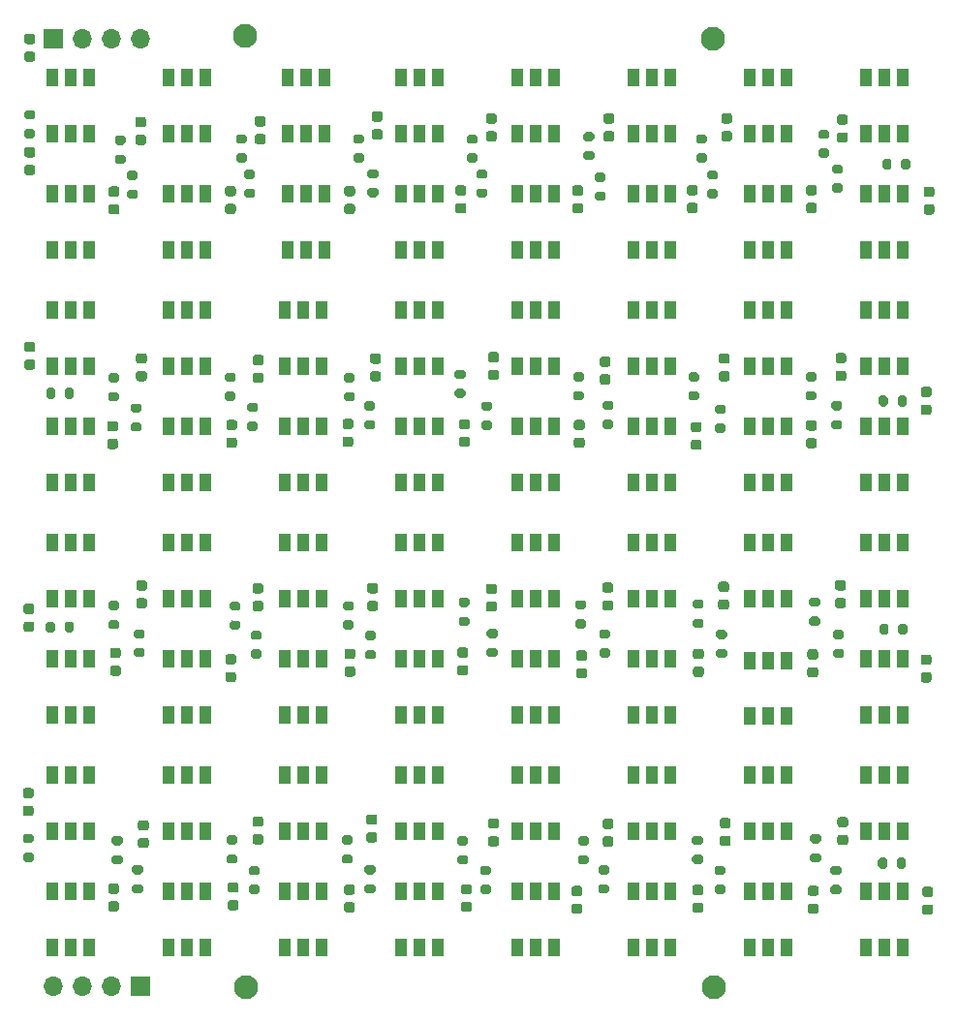
<source format=gts>
G04 #@! TF.GenerationSoftware,KiCad,Pcbnew,5.99.0+really5.1.10+dfsg1-1*
G04 #@! TF.CreationDate,2022-01-28T19:42:34+02:00*
G04 #@! TF.ProjectId,RGBmatrix,5247426d-6174-4726-9978-2e6b69636164,rev?*
G04 #@! TF.SameCoordinates,Original*
G04 #@! TF.FileFunction,Soldermask,Top*
G04 #@! TF.FilePolarity,Negative*
%FSLAX46Y46*%
G04 Gerber Fmt 4.6, Leading zero omitted, Abs format (unit mm)*
G04 Created by KiCad (PCBNEW 5.99.0+really5.1.10+dfsg1-1) date 2022-01-28 19:42:34*
%MOMM*%
%LPD*%
G01*
G04 APERTURE LIST*
%ADD10R,1.000000X1.500000*%
%ADD11C,2.100000*%
%ADD12O,1.700000X1.700000*%
%ADD13R,1.700000X1.700000*%
G04 APERTURE END LIST*
G36*
G01*
X110295100Y-120491200D02*
X109745100Y-120491200D01*
G75*
G02*
X109545100Y-120291200I0J200000D01*
G01*
X109545100Y-119891200D01*
G75*
G02*
X109745100Y-119691200I200000J0D01*
G01*
X110295100Y-119691200D01*
G75*
G02*
X110495100Y-119891200I0J-200000D01*
G01*
X110495100Y-120291200D01*
G75*
G02*
X110295100Y-120491200I-200000J0D01*
G01*
G37*
G36*
G01*
X110295100Y-122141200D02*
X109745100Y-122141200D01*
G75*
G02*
X109545100Y-121941200I0J200000D01*
G01*
X109545100Y-121541200D01*
G75*
G02*
X109745100Y-121341200I200000J0D01*
G01*
X110295100Y-121341200D01*
G75*
G02*
X110495100Y-121541200I0J-200000D01*
G01*
X110495100Y-121941200D01*
G75*
G02*
X110295100Y-122141200I-200000J0D01*
G01*
G37*
G36*
G01*
X120480500Y-120567400D02*
X119930500Y-120567400D01*
G75*
G02*
X119730500Y-120367400I0J200000D01*
G01*
X119730500Y-119967400D01*
G75*
G02*
X119930500Y-119767400I200000J0D01*
G01*
X120480500Y-119767400D01*
G75*
G02*
X120680500Y-119967400I0J-200000D01*
G01*
X120680500Y-120367400D01*
G75*
G02*
X120480500Y-120567400I-200000J0D01*
G01*
G37*
G36*
G01*
X120480500Y-122217400D02*
X119930500Y-122217400D01*
G75*
G02*
X119730500Y-122017400I0J200000D01*
G01*
X119730500Y-121617400D01*
G75*
G02*
X119930500Y-121417400I200000J0D01*
G01*
X120480500Y-121417400D01*
G75*
G02*
X120680500Y-121617400I0J-200000D01*
G01*
X120680500Y-122017400D01*
G75*
G02*
X120480500Y-122217400I-200000J0D01*
G01*
G37*
G36*
G01*
X130602400Y-120491200D02*
X130052400Y-120491200D01*
G75*
G02*
X129852400Y-120291200I0J200000D01*
G01*
X129852400Y-119891200D01*
G75*
G02*
X130052400Y-119691200I200000J0D01*
G01*
X130602400Y-119691200D01*
G75*
G02*
X130802400Y-119891200I0J-200000D01*
G01*
X130802400Y-120291200D01*
G75*
G02*
X130602400Y-120491200I-200000J0D01*
G01*
G37*
G36*
G01*
X130602400Y-122141200D02*
X130052400Y-122141200D01*
G75*
G02*
X129852400Y-121941200I0J200000D01*
G01*
X129852400Y-121541200D01*
G75*
G02*
X130052400Y-121341200I200000J0D01*
G01*
X130602400Y-121341200D01*
G75*
G02*
X130802400Y-121541200I0J-200000D01*
G01*
X130802400Y-121941200D01*
G75*
G02*
X130602400Y-122141200I-200000J0D01*
G01*
G37*
G36*
G01*
X140711600Y-120554700D02*
X140161600Y-120554700D01*
G75*
G02*
X139961600Y-120354700I0J200000D01*
G01*
X139961600Y-119954700D01*
G75*
G02*
X140161600Y-119754700I200000J0D01*
G01*
X140711600Y-119754700D01*
G75*
G02*
X140911600Y-119954700I0J-200000D01*
G01*
X140911600Y-120354700D01*
G75*
G02*
X140711600Y-120554700I-200000J0D01*
G01*
G37*
G36*
G01*
X140711600Y-122204700D02*
X140161600Y-122204700D01*
G75*
G02*
X139961600Y-122004700I0J200000D01*
G01*
X139961600Y-121604700D01*
G75*
G02*
X140161600Y-121404700I200000J0D01*
G01*
X140711600Y-121404700D01*
G75*
G02*
X140911600Y-121604700I0J-200000D01*
G01*
X140911600Y-122004700D01*
G75*
G02*
X140711600Y-122204700I-200000J0D01*
G01*
G37*
G36*
G01*
X151036700Y-120503900D02*
X150486700Y-120503900D01*
G75*
G02*
X150286700Y-120303900I0J200000D01*
G01*
X150286700Y-119903900D01*
G75*
G02*
X150486700Y-119703900I200000J0D01*
G01*
X151036700Y-119703900D01*
G75*
G02*
X151236700Y-119903900I0J-200000D01*
G01*
X151236700Y-120303900D01*
G75*
G02*
X151036700Y-120503900I-200000J0D01*
G01*
G37*
G36*
G01*
X151036700Y-122153900D02*
X150486700Y-122153900D01*
G75*
G02*
X150286700Y-121953900I0J200000D01*
G01*
X150286700Y-121553900D01*
G75*
G02*
X150486700Y-121353900I200000J0D01*
G01*
X151036700Y-121353900D01*
G75*
G02*
X151236700Y-121553900I0J-200000D01*
G01*
X151236700Y-121953900D01*
G75*
G02*
X151036700Y-122153900I-200000J0D01*
G01*
G37*
G36*
G01*
X161184000Y-120542000D02*
X160634000Y-120542000D01*
G75*
G02*
X160434000Y-120342000I0J200000D01*
G01*
X160434000Y-119942000D01*
G75*
G02*
X160634000Y-119742000I200000J0D01*
G01*
X161184000Y-119742000D01*
G75*
G02*
X161384000Y-119942000I0J-200000D01*
G01*
X161384000Y-120342000D01*
G75*
G02*
X161184000Y-120542000I-200000J0D01*
G01*
G37*
G36*
G01*
X161184000Y-122192000D02*
X160634000Y-122192000D01*
G75*
G02*
X160434000Y-121992000I0J200000D01*
G01*
X160434000Y-121592000D01*
G75*
G02*
X160634000Y-121392000I200000J0D01*
G01*
X161184000Y-121392000D01*
G75*
G02*
X161384000Y-121592000I0J-200000D01*
G01*
X161384000Y-121992000D01*
G75*
G02*
X161184000Y-122192000I-200000J0D01*
G01*
G37*
G36*
G01*
X171331300Y-120567900D02*
X170781300Y-120567900D01*
G75*
G02*
X170581300Y-120367900I0J200000D01*
G01*
X170581300Y-119967900D01*
G75*
G02*
X170781300Y-119767900I200000J0D01*
G01*
X171331300Y-119767900D01*
G75*
G02*
X171531300Y-119967900I0J-200000D01*
G01*
X171531300Y-120367900D01*
G75*
G02*
X171331300Y-120567900I-200000J0D01*
G01*
G37*
G36*
G01*
X171331300Y-122217900D02*
X170781300Y-122217900D01*
G75*
G02*
X170581300Y-122017900I0J200000D01*
G01*
X170581300Y-121617900D01*
G75*
G02*
X170781300Y-121417900I200000J0D01*
G01*
X171331300Y-121417900D01*
G75*
G02*
X171531300Y-121617900I0J-200000D01*
G01*
X171531300Y-122017900D01*
G75*
G02*
X171331300Y-122217900I-200000J0D01*
G01*
G37*
G36*
G01*
X175533000Y-119232000D02*
X175533000Y-119782000D01*
G75*
G02*
X175333000Y-119982000I-200000J0D01*
G01*
X174933000Y-119982000D01*
G75*
G02*
X174733000Y-119782000I0J200000D01*
G01*
X174733000Y-119232000D01*
G75*
G02*
X174933000Y-119032000I200000J0D01*
G01*
X175333000Y-119032000D01*
G75*
G02*
X175533000Y-119232000I0J-200000D01*
G01*
G37*
G36*
G01*
X177183000Y-119232000D02*
X177183000Y-119782000D01*
G75*
G02*
X176983000Y-119982000I-200000J0D01*
G01*
X176583000Y-119982000D01*
G75*
G02*
X176383000Y-119782000I0J200000D01*
G01*
X176383000Y-119232000D01*
G75*
G02*
X176583000Y-119032000I200000J0D01*
G01*
X176983000Y-119032000D01*
G75*
G02*
X177183000Y-119232000I0J-200000D01*
G01*
G37*
G36*
G01*
X169003300Y-118637100D02*
X169553300Y-118637100D01*
G75*
G02*
X169753300Y-118837100I0J-200000D01*
G01*
X169753300Y-119237100D01*
G75*
G02*
X169553300Y-119437100I-200000J0D01*
G01*
X169003300Y-119437100D01*
G75*
G02*
X168803300Y-119237100I0J200000D01*
G01*
X168803300Y-118837100D01*
G75*
G02*
X169003300Y-118637100I200000J0D01*
G01*
G37*
G36*
G01*
X169003300Y-116987100D02*
X169553300Y-116987100D01*
G75*
G02*
X169753300Y-117187100I0J-200000D01*
G01*
X169753300Y-117587100D01*
G75*
G02*
X169553300Y-117787100I-200000J0D01*
G01*
X169003300Y-117787100D01*
G75*
G02*
X168803300Y-117587100I0J200000D01*
G01*
X168803300Y-117187100D01*
G75*
G02*
X169003300Y-116987100I200000J0D01*
G01*
G37*
G36*
G01*
X158678200Y-118776800D02*
X159228200Y-118776800D01*
G75*
G02*
X159428200Y-118976800I0J-200000D01*
G01*
X159428200Y-119376800D01*
G75*
G02*
X159228200Y-119576800I-200000J0D01*
G01*
X158678200Y-119576800D01*
G75*
G02*
X158478200Y-119376800I0J200000D01*
G01*
X158478200Y-118976800D01*
G75*
G02*
X158678200Y-118776800I200000J0D01*
G01*
G37*
G36*
G01*
X158678200Y-117126800D02*
X159228200Y-117126800D01*
G75*
G02*
X159428200Y-117326800I0J-200000D01*
G01*
X159428200Y-117726800D01*
G75*
G02*
X159228200Y-117926800I-200000J0D01*
G01*
X158678200Y-117926800D01*
G75*
G02*
X158478200Y-117726800I0J200000D01*
G01*
X158478200Y-117326800D01*
G75*
G02*
X158678200Y-117126800I200000J0D01*
G01*
G37*
G36*
G01*
X148708700Y-118813900D02*
X149258700Y-118813900D01*
G75*
G02*
X149458700Y-119013900I0J-200000D01*
G01*
X149458700Y-119413900D01*
G75*
G02*
X149258700Y-119613900I-200000J0D01*
G01*
X148708700Y-119613900D01*
G75*
G02*
X148508700Y-119413900I0J200000D01*
G01*
X148508700Y-119013900D01*
G75*
G02*
X148708700Y-118813900I200000J0D01*
G01*
G37*
G36*
G01*
X148708700Y-117163900D02*
X149258700Y-117163900D01*
G75*
G02*
X149458700Y-117363900I0J-200000D01*
G01*
X149458700Y-117763900D01*
G75*
G02*
X149258700Y-117963900I-200000J0D01*
G01*
X148708700Y-117963900D01*
G75*
G02*
X148508700Y-117763900I0J200000D01*
G01*
X148508700Y-117363900D01*
G75*
G02*
X148708700Y-117163900I200000J0D01*
G01*
G37*
G36*
G01*
X138155000Y-118814900D02*
X138705000Y-118814900D01*
G75*
G02*
X138905000Y-119014900I0J-200000D01*
G01*
X138905000Y-119414900D01*
G75*
G02*
X138705000Y-119614900I-200000J0D01*
G01*
X138155000Y-119614900D01*
G75*
G02*
X137955000Y-119414900I0J200000D01*
G01*
X137955000Y-119014900D01*
G75*
G02*
X138155000Y-118814900I200000J0D01*
G01*
G37*
G36*
G01*
X138155000Y-117164900D02*
X138705000Y-117164900D01*
G75*
G02*
X138905000Y-117364900I0J-200000D01*
G01*
X138905000Y-117764900D01*
G75*
G02*
X138705000Y-117964900I-200000J0D01*
G01*
X138155000Y-117964900D01*
G75*
G02*
X137955000Y-117764900I0J200000D01*
G01*
X137955000Y-117364900D01*
G75*
G02*
X138155000Y-117164900I200000J0D01*
G01*
G37*
G36*
G01*
X128066120Y-118745320D02*
X128616120Y-118745320D01*
G75*
G02*
X128816120Y-118945320I0J-200000D01*
G01*
X128816120Y-119345320D01*
G75*
G02*
X128616120Y-119545320I-200000J0D01*
G01*
X128066120Y-119545320D01*
G75*
G02*
X127866120Y-119345320I0J200000D01*
G01*
X127866120Y-118945320D01*
G75*
G02*
X128066120Y-118745320I200000J0D01*
G01*
G37*
G36*
G01*
X128066120Y-117095320D02*
X128616120Y-117095320D01*
G75*
G02*
X128816120Y-117295320I0J-200000D01*
G01*
X128816120Y-117695320D01*
G75*
G02*
X128616120Y-117895320I-200000J0D01*
G01*
X128066120Y-117895320D01*
G75*
G02*
X127866120Y-117695320I0J200000D01*
G01*
X127866120Y-117295320D01*
G75*
G02*
X128066120Y-117095320I200000J0D01*
G01*
G37*
G36*
G01*
X117987400Y-118751400D02*
X118537400Y-118751400D01*
G75*
G02*
X118737400Y-118951400I0J-200000D01*
G01*
X118737400Y-119351400D01*
G75*
G02*
X118537400Y-119551400I-200000J0D01*
G01*
X117987400Y-119551400D01*
G75*
G02*
X117787400Y-119351400I0J200000D01*
G01*
X117787400Y-118951400D01*
G75*
G02*
X117987400Y-118751400I200000J0D01*
G01*
G37*
G36*
G01*
X117987400Y-117101400D02*
X118537400Y-117101400D01*
G75*
G02*
X118737400Y-117301400I0J-200000D01*
G01*
X118737400Y-117701400D01*
G75*
G02*
X118537400Y-117901400I-200000J0D01*
G01*
X117987400Y-117901400D01*
G75*
G02*
X117787400Y-117701400I0J200000D01*
G01*
X117787400Y-117301400D01*
G75*
G02*
X117987400Y-117101400I200000J0D01*
G01*
G37*
G36*
G01*
X107967100Y-118801700D02*
X108517100Y-118801700D01*
G75*
G02*
X108717100Y-119001700I0J-200000D01*
G01*
X108717100Y-119401700D01*
G75*
G02*
X108517100Y-119601700I-200000J0D01*
G01*
X107967100Y-119601700D01*
G75*
G02*
X107767100Y-119401700I0J200000D01*
G01*
X107767100Y-119001700D01*
G75*
G02*
X107967100Y-118801700I200000J0D01*
G01*
G37*
G36*
G01*
X107967100Y-117151700D02*
X108517100Y-117151700D01*
G75*
G02*
X108717100Y-117351700I0J-200000D01*
G01*
X108717100Y-117751700D01*
G75*
G02*
X108517100Y-117951700I-200000J0D01*
G01*
X107967100Y-117951700D01*
G75*
G02*
X107767100Y-117751700I0J200000D01*
G01*
X107767100Y-117351700D01*
G75*
G02*
X107967100Y-117151700I200000J0D01*
G01*
G37*
G36*
G01*
X100182000Y-118598000D02*
X100732000Y-118598000D01*
G75*
G02*
X100932000Y-118798000I0J-200000D01*
G01*
X100932000Y-119198000D01*
G75*
G02*
X100732000Y-119398000I-200000J0D01*
G01*
X100182000Y-119398000D01*
G75*
G02*
X99982000Y-119198000I0J200000D01*
G01*
X99982000Y-118798000D01*
G75*
G02*
X100182000Y-118598000I200000J0D01*
G01*
G37*
G36*
G01*
X100182000Y-116948000D02*
X100732000Y-116948000D01*
G75*
G02*
X100932000Y-117148000I0J-200000D01*
G01*
X100932000Y-117548000D01*
G75*
G02*
X100732000Y-117748000I-200000J0D01*
G01*
X100182000Y-117748000D01*
G75*
G02*
X99982000Y-117548000I0J200000D01*
G01*
X99982000Y-117148000D01*
G75*
G02*
X100182000Y-116948000I200000J0D01*
G01*
G37*
G36*
G01*
X110444960Y-99871480D02*
X109894960Y-99871480D01*
G75*
G02*
X109694960Y-99671480I0J200000D01*
G01*
X109694960Y-99271480D01*
G75*
G02*
X109894960Y-99071480I200000J0D01*
G01*
X110444960Y-99071480D01*
G75*
G02*
X110644960Y-99271480I0J-200000D01*
G01*
X110644960Y-99671480D01*
G75*
G02*
X110444960Y-99871480I-200000J0D01*
G01*
G37*
G36*
G01*
X110444960Y-101521480D02*
X109894960Y-101521480D01*
G75*
G02*
X109694960Y-101321480I0J200000D01*
G01*
X109694960Y-100921480D01*
G75*
G02*
X109894960Y-100721480I200000J0D01*
G01*
X110444960Y-100721480D01*
G75*
G02*
X110644960Y-100921480I0J-200000D01*
G01*
X110644960Y-101321480D01*
G75*
G02*
X110444960Y-101521480I-200000J0D01*
G01*
G37*
G36*
G01*
X120671000Y-99993400D02*
X120121000Y-99993400D01*
G75*
G02*
X119921000Y-99793400I0J200000D01*
G01*
X119921000Y-99393400D01*
G75*
G02*
X120121000Y-99193400I200000J0D01*
G01*
X120671000Y-99193400D01*
G75*
G02*
X120871000Y-99393400I0J-200000D01*
G01*
X120871000Y-99793400D01*
G75*
G02*
X120671000Y-99993400I-200000J0D01*
G01*
G37*
G36*
G01*
X120671000Y-101643400D02*
X120121000Y-101643400D01*
G75*
G02*
X119921000Y-101443400I0J200000D01*
G01*
X119921000Y-101043400D01*
G75*
G02*
X120121000Y-100843400I200000J0D01*
G01*
X120671000Y-100843400D01*
G75*
G02*
X120871000Y-101043400I0J-200000D01*
G01*
X120871000Y-101443400D01*
G75*
G02*
X120671000Y-101643400I-200000J0D01*
G01*
G37*
G36*
G01*
X130640500Y-100032000D02*
X130090500Y-100032000D01*
G75*
G02*
X129890500Y-99832000I0J200000D01*
G01*
X129890500Y-99432000D01*
G75*
G02*
X130090500Y-99232000I200000J0D01*
G01*
X130640500Y-99232000D01*
G75*
G02*
X130840500Y-99432000I0J-200000D01*
G01*
X130840500Y-99832000D01*
G75*
G02*
X130640500Y-100032000I-200000J0D01*
G01*
G37*
G36*
G01*
X130640500Y-101682000D02*
X130090500Y-101682000D01*
G75*
G02*
X129890500Y-101482000I0J200000D01*
G01*
X129890500Y-101082000D01*
G75*
G02*
X130090500Y-100882000I200000J0D01*
G01*
X130640500Y-100882000D01*
G75*
G02*
X130840500Y-101082000I0J-200000D01*
G01*
X130840500Y-101482000D01*
G75*
G02*
X130640500Y-101682000I-200000J0D01*
G01*
G37*
G36*
G01*
X141283100Y-99854700D02*
X140733100Y-99854700D01*
G75*
G02*
X140533100Y-99654700I0J200000D01*
G01*
X140533100Y-99254700D01*
G75*
G02*
X140733100Y-99054700I200000J0D01*
G01*
X141283100Y-99054700D01*
G75*
G02*
X141483100Y-99254700I0J-200000D01*
G01*
X141483100Y-99654700D01*
G75*
G02*
X141283100Y-99854700I-200000J0D01*
G01*
G37*
G36*
G01*
X141283100Y-101504700D02*
X140733100Y-101504700D01*
G75*
G02*
X140533100Y-101304700I0J200000D01*
G01*
X140533100Y-100904700D01*
G75*
G02*
X140733100Y-100704700I200000J0D01*
G01*
X141283100Y-100704700D01*
G75*
G02*
X141483100Y-100904700I0J-200000D01*
G01*
X141483100Y-101304700D01*
G75*
G02*
X141283100Y-101504700I-200000J0D01*
G01*
G37*
G36*
G01*
X151112900Y-99891800D02*
X150562900Y-99891800D01*
G75*
G02*
X150362900Y-99691800I0J200000D01*
G01*
X150362900Y-99291800D01*
G75*
G02*
X150562900Y-99091800I200000J0D01*
G01*
X151112900Y-99091800D01*
G75*
G02*
X151312900Y-99291800I0J-200000D01*
G01*
X151312900Y-99691800D01*
G75*
G02*
X151112900Y-99891800I-200000J0D01*
G01*
G37*
G36*
G01*
X151112900Y-101541800D02*
X150562900Y-101541800D01*
G75*
G02*
X150362900Y-101341800I0J200000D01*
G01*
X150362900Y-100941800D01*
G75*
G02*
X150562900Y-100741800I200000J0D01*
G01*
X151112900Y-100741800D01*
G75*
G02*
X151312900Y-100941800I0J-200000D01*
G01*
X151312900Y-101341800D01*
G75*
G02*
X151112900Y-101541800I-200000J0D01*
G01*
G37*
G36*
G01*
X161336400Y-99929900D02*
X160786400Y-99929900D01*
G75*
G02*
X160586400Y-99729900I0J200000D01*
G01*
X160586400Y-99329900D01*
G75*
G02*
X160786400Y-99129900I200000J0D01*
G01*
X161336400Y-99129900D01*
G75*
G02*
X161536400Y-99329900I0J-200000D01*
G01*
X161536400Y-99729900D01*
G75*
G02*
X161336400Y-99929900I-200000J0D01*
G01*
G37*
G36*
G01*
X161336400Y-101579900D02*
X160786400Y-101579900D01*
G75*
G02*
X160586400Y-101379900I0J200000D01*
G01*
X160586400Y-100979900D01*
G75*
G02*
X160786400Y-100779900I200000J0D01*
G01*
X161336400Y-100779900D01*
G75*
G02*
X161536400Y-100979900I0J-200000D01*
G01*
X161536400Y-101379900D01*
G75*
G02*
X161336400Y-101579900I-200000J0D01*
G01*
G37*
G36*
G01*
X171559900Y-99930900D02*
X171009900Y-99930900D01*
G75*
G02*
X170809900Y-99730900I0J200000D01*
G01*
X170809900Y-99330900D01*
G75*
G02*
X171009900Y-99130900I200000J0D01*
G01*
X171559900Y-99130900D01*
G75*
G02*
X171759900Y-99330900I0J-200000D01*
G01*
X171759900Y-99730900D01*
G75*
G02*
X171559900Y-99930900I-200000J0D01*
G01*
G37*
G36*
G01*
X171559900Y-101580900D02*
X171009900Y-101580900D01*
G75*
G02*
X170809900Y-101380900I0J200000D01*
G01*
X170809900Y-100980900D01*
G75*
G02*
X171009900Y-100780900I200000J0D01*
G01*
X171559900Y-100780900D01*
G75*
G02*
X171759900Y-100980900I0J-200000D01*
G01*
X171759900Y-101380900D01*
G75*
G02*
X171559900Y-101580900I-200000J0D01*
G01*
G37*
G36*
G01*
X175661000Y-98785000D02*
X175661000Y-99335000D01*
G75*
G02*
X175461000Y-99535000I-200000J0D01*
G01*
X175061000Y-99535000D01*
G75*
G02*
X174861000Y-99335000I0J200000D01*
G01*
X174861000Y-98785000D01*
G75*
G02*
X175061000Y-98585000I200000J0D01*
G01*
X175461000Y-98585000D01*
G75*
G02*
X175661000Y-98785000I0J-200000D01*
G01*
G37*
G36*
G01*
X177311000Y-98785000D02*
X177311000Y-99335000D01*
G75*
G02*
X177111000Y-99535000I-200000J0D01*
G01*
X176711000Y-99535000D01*
G75*
G02*
X176511000Y-99335000I0J200000D01*
G01*
X176511000Y-98785000D01*
G75*
G02*
X176711000Y-98585000I200000J0D01*
G01*
X177111000Y-98585000D01*
G75*
G02*
X177311000Y-98785000I0J-200000D01*
G01*
G37*
G36*
G01*
X168924560Y-97966080D02*
X169474560Y-97966080D01*
G75*
G02*
X169674560Y-98166080I0J-200000D01*
G01*
X169674560Y-98566080D01*
G75*
G02*
X169474560Y-98766080I-200000J0D01*
G01*
X168924560Y-98766080D01*
G75*
G02*
X168724560Y-98566080I0J200000D01*
G01*
X168724560Y-98166080D01*
G75*
G02*
X168924560Y-97966080I200000J0D01*
G01*
G37*
G36*
G01*
X168924560Y-96316080D02*
X169474560Y-96316080D01*
G75*
G02*
X169674560Y-96516080I0J-200000D01*
G01*
X169674560Y-96916080D01*
G75*
G02*
X169474560Y-97116080I-200000J0D01*
G01*
X168924560Y-97116080D01*
G75*
G02*
X168724560Y-96916080I0J200000D01*
G01*
X168724560Y-96516080D01*
G75*
G02*
X168924560Y-96316080I200000J0D01*
G01*
G37*
G36*
G01*
X158741700Y-98139300D02*
X159291700Y-98139300D01*
G75*
G02*
X159491700Y-98339300I0J-200000D01*
G01*
X159491700Y-98739300D01*
G75*
G02*
X159291700Y-98939300I-200000J0D01*
G01*
X158741700Y-98939300D01*
G75*
G02*
X158541700Y-98739300I0J200000D01*
G01*
X158541700Y-98339300D01*
G75*
G02*
X158741700Y-98139300I200000J0D01*
G01*
G37*
G36*
G01*
X158741700Y-96489300D02*
X159291700Y-96489300D01*
G75*
G02*
X159491700Y-96689300I0J-200000D01*
G01*
X159491700Y-97089300D01*
G75*
G02*
X159291700Y-97289300I-200000J0D01*
G01*
X158741700Y-97289300D01*
G75*
G02*
X158541700Y-97089300I0J200000D01*
G01*
X158541700Y-96689300D01*
G75*
G02*
X158741700Y-96489300I200000J0D01*
G01*
G37*
G36*
G01*
X148467400Y-98189600D02*
X149017400Y-98189600D01*
G75*
G02*
X149217400Y-98389600I0J-200000D01*
G01*
X149217400Y-98789600D01*
G75*
G02*
X149017400Y-98989600I-200000J0D01*
G01*
X148467400Y-98989600D01*
G75*
G02*
X148267400Y-98789600I0J200000D01*
G01*
X148267400Y-98389600D01*
G75*
G02*
X148467400Y-98189600I200000J0D01*
G01*
G37*
G36*
G01*
X148467400Y-96539600D02*
X149017400Y-96539600D01*
G75*
G02*
X149217400Y-96739600I0J-200000D01*
G01*
X149217400Y-97139600D01*
G75*
G02*
X149017400Y-97339600I-200000J0D01*
G01*
X148467400Y-97339600D01*
G75*
G02*
X148267400Y-97139600I0J200000D01*
G01*
X148267400Y-96739600D01*
G75*
G02*
X148467400Y-96539600I200000J0D01*
G01*
G37*
G36*
G01*
X138282000Y-97974200D02*
X138832000Y-97974200D01*
G75*
G02*
X139032000Y-98174200I0J-200000D01*
G01*
X139032000Y-98574200D01*
G75*
G02*
X138832000Y-98774200I-200000J0D01*
G01*
X138282000Y-98774200D01*
G75*
G02*
X138082000Y-98574200I0J200000D01*
G01*
X138082000Y-98174200D01*
G75*
G02*
X138282000Y-97974200I200000J0D01*
G01*
G37*
G36*
G01*
X138282000Y-96324200D02*
X138832000Y-96324200D01*
G75*
G02*
X139032000Y-96524200I0J-200000D01*
G01*
X139032000Y-96924200D01*
G75*
G02*
X138832000Y-97124200I-200000J0D01*
G01*
X138282000Y-97124200D01*
G75*
G02*
X138082000Y-96924200I0J200000D01*
G01*
X138082000Y-96524200D01*
G75*
G02*
X138282000Y-96324200I200000J0D01*
G01*
G37*
G36*
G01*
X128160100Y-98291700D02*
X128710100Y-98291700D01*
G75*
G02*
X128910100Y-98491700I0J-200000D01*
G01*
X128910100Y-98891700D01*
G75*
G02*
X128710100Y-99091700I-200000J0D01*
G01*
X128160100Y-99091700D01*
G75*
G02*
X127960100Y-98891700I0J200000D01*
G01*
X127960100Y-98491700D01*
G75*
G02*
X128160100Y-98291700I200000J0D01*
G01*
G37*
G36*
G01*
X128160100Y-96641700D02*
X128710100Y-96641700D01*
G75*
G02*
X128910100Y-96841700I0J-200000D01*
G01*
X128910100Y-97241700D01*
G75*
G02*
X128710100Y-97441700I-200000J0D01*
G01*
X128160100Y-97441700D01*
G75*
G02*
X127960100Y-97241700I0J200000D01*
G01*
X127960100Y-96841700D01*
G75*
G02*
X128160100Y-96641700I200000J0D01*
G01*
G37*
G36*
G01*
X118266800Y-98306440D02*
X118816800Y-98306440D01*
G75*
G02*
X119016800Y-98506440I0J-200000D01*
G01*
X119016800Y-98906440D01*
G75*
G02*
X118816800Y-99106440I-200000J0D01*
G01*
X118266800Y-99106440D01*
G75*
G02*
X118066800Y-98906440I0J200000D01*
G01*
X118066800Y-98506440D01*
G75*
G02*
X118266800Y-98306440I200000J0D01*
G01*
G37*
G36*
G01*
X118266800Y-96656440D02*
X118816800Y-96656440D01*
G75*
G02*
X119016800Y-96856440I0J-200000D01*
G01*
X119016800Y-97256440D01*
G75*
G02*
X118816800Y-97456440I-200000J0D01*
G01*
X118266800Y-97456440D01*
G75*
G02*
X118066800Y-97256440I0J200000D01*
G01*
X118066800Y-96856440D01*
G75*
G02*
X118266800Y-96656440I200000J0D01*
G01*
G37*
G36*
G01*
X107662300Y-98253600D02*
X108212300Y-98253600D01*
G75*
G02*
X108412300Y-98453600I0J-200000D01*
G01*
X108412300Y-98853600D01*
G75*
G02*
X108212300Y-99053600I-200000J0D01*
G01*
X107662300Y-99053600D01*
G75*
G02*
X107462300Y-98853600I0J200000D01*
G01*
X107462300Y-98453600D01*
G75*
G02*
X107662300Y-98253600I200000J0D01*
G01*
G37*
G36*
G01*
X107662300Y-96603600D02*
X108212300Y-96603600D01*
G75*
G02*
X108412300Y-96803600I0J-200000D01*
G01*
X108412300Y-97203600D01*
G75*
G02*
X108212300Y-97403600I-200000J0D01*
G01*
X107662300Y-97403600D01*
G75*
G02*
X107462300Y-97203600I0J200000D01*
G01*
X107462300Y-96803600D01*
G75*
G02*
X107662300Y-96603600I200000J0D01*
G01*
G37*
G36*
G01*
X103638400Y-99157200D02*
X103638400Y-98607200D01*
G75*
G02*
X103838400Y-98407200I200000J0D01*
G01*
X104238400Y-98407200D01*
G75*
G02*
X104438400Y-98607200I0J-200000D01*
G01*
X104438400Y-99157200D01*
G75*
G02*
X104238400Y-99357200I-200000J0D01*
G01*
X103838400Y-99357200D01*
G75*
G02*
X103638400Y-99157200I0J200000D01*
G01*
G37*
G36*
G01*
X101988400Y-99157200D02*
X101988400Y-98607200D01*
G75*
G02*
X102188400Y-98407200I200000J0D01*
G01*
X102588400Y-98407200D01*
G75*
G02*
X102788400Y-98607200I0J-200000D01*
G01*
X102788400Y-99157200D01*
G75*
G02*
X102588400Y-99357200I-200000J0D01*
G01*
X102188400Y-99357200D01*
G75*
G02*
X101988400Y-99157200I0J200000D01*
G01*
G37*
G36*
G01*
X110142700Y-80144300D02*
X109592700Y-80144300D01*
G75*
G02*
X109392700Y-79944300I0J200000D01*
G01*
X109392700Y-79544300D01*
G75*
G02*
X109592700Y-79344300I200000J0D01*
G01*
X110142700Y-79344300D01*
G75*
G02*
X110342700Y-79544300I0J-200000D01*
G01*
X110342700Y-79944300D01*
G75*
G02*
X110142700Y-80144300I-200000J0D01*
G01*
G37*
G36*
G01*
X110142700Y-81794300D02*
X109592700Y-81794300D01*
G75*
G02*
X109392700Y-81594300I0J200000D01*
G01*
X109392700Y-81194300D01*
G75*
G02*
X109592700Y-80994300I200000J0D01*
G01*
X110142700Y-80994300D01*
G75*
G02*
X110342700Y-81194300I0J-200000D01*
G01*
X110342700Y-81594300D01*
G75*
G02*
X110142700Y-81794300I-200000J0D01*
G01*
G37*
G36*
G01*
X120340800Y-80079800D02*
X119790800Y-80079800D01*
G75*
G02*
X119590800Y-79879800I0J200000D01*
G01*
X119590800Y-79479800D01*
G75*
G02*
X119790800Y-79279800I200000J0D01*
G01*
X120340800Y-79279800D01*
G75*
G02*
X120540800Y-79479800I0J-200000D01*
G01*
X120540800Y-79879800D01*
G75*
G02*
X120340800Y-80079800I-200000J0D01*
G01*
G37*
G36*
G01*
X120340800Y-81729800D02*
X119790800Y-81729800D01*
G75*
G02*
X119590800Y-81529800I0J200000D01*
G01*
X119590800Y-81129800D01*
G75*
G02*
X119790800Y-80929800I200000J0D01*
G01*
X120340800Y-80929800D01*
G75*
G02*
X120540800Y-81129800I0J-200000D01*
G01*
X120540800Y-81529800D01*
G75*
G02*
X120340800Y-81729800I-200000J0D01*
G01*
G37*
G36*
G01*
X130589700Y-79966500D02*
X130039700Y-79966500D01*
G75*
G02*
X129839700Y-79766500I0J200000D01*
G01*
X129839700Y-79366500D01*
G75*
G02*
X130039700Y-79166500I200000J0D01*
G01*
X130589700Y-79166500D01*
G75*
G02*
X130789700Y-79366500I0J-200000D01*
G01*
X130789700Y-79766500D01*
G75*
G02*
X130589700Y-79966500I-200000J0D01*
G01*
G37*
G36*
G01*
X130589700Y-81616500D02*
X130039700Y-81616500D01*
G75*
G02*
X129839700Y-81416500I0J200000D01*
G01*
X129839700Y-81016500D01*
G75*
G02*
X130039700Y-80816500I200000J0D01*
G01*
X130589700Y-80816500D01*
G75*
G02*
X130789700Y-81016500I0J-200000D01*
G01*
X130789700Y-81416500D01*
G75*
G02*
X130589700Y-81616500I-200000J0D01*
G01*
G37*
G36*
G01*
X140800500Y-79978200D02*
X140250500Y-79978200D01*
G75*
G02*
X140050500Y-79778200I0J200000D01*
G01*
X140050500Y-79378200D01*
G75*
G02*
X140250500Y-79178200I200000J0D01*
G01*
X140800500Y-79178200D01*
G75*
G02*
X141000500Y-79378200I0J-200000D01*
G01*
X141000500Y-79778200D01*
G75*
G02*
X140800500Y-79978200I-200000J0D01*
G01*
G37*
G36*
G01*
X140800500Y-81628200D02*
X140250500Y-81628200D01*
G75*
G02*
X140050500Y-81428200I0J200000D01*
G01*
X140050500Y-81028200D01*
G75*
G02*
X140250500Y-80828200I200000J0D01*
G01*
X140800500Y-80828200D01*
G75*
G02*
X141000500Y-81028200I0J-200000D01*
G01*
X141000500Y-81428200D01*
G75*
G02*
X140800500Y-81628200I-200000J0D01*
G01*
G37*
G36*
G01*
X151405000Y-79902000D02*
X150855000Y-79902000D01*
G75*
G02*
X150655000Y-79702000I0J200000D01*
G01*
X150655000Y-79302000D01*
G75*
G02*
X150855000Y-79102000I200000J0D01*
G01*
X151405000Y-79102000D01*
G75*
G02*
X151605000Y-79302000I0J-200000D01*
G01*
X151605000Y-79702000D01*
G75*
G02*
X151405000Y-79902000I-200000J0D01*
G01*
G37*
G36*
G01*
X151405000Y-81552000D02*
X150855000Y-81552000D01*
G75*
G02*
X150655000Y-81352000I0J200000D01*
G01*
X150655000Y-80952000D01*
G75*
G02*
X150855000Y-80752000I200000J0D01*
G01*
X151405000Y-80752000D01*
G75*
G02*
X151605000Y-80952000I0J-200000D01*
G01*
X151605000Y-81352000D01*
G75*
G02*
X151405000Y-81552000I-200000J0D01*
G01*
G37*
G36*
G01*
X161222100Y-80245400D02*
X160672100Y-80245400D01*
G75*
G02*
X160472100Y-80045400I0J200000D01*
G01*
X160472100Y-79645400D01*
G75*
G02*
X160672100Y-79445400I200000J0D01*
G01*
X161222100Y-79445400D01*
G75*
G02*
X161422100Y-79645400I0J-200000D01*
G01*
X161422100Y-80045400D01*
G75*
G02*
X161222100Y-80245400I-200000J0D01*
G01*
G37*
G36*
G01*
X161222100Y-81895400D02*
X160672100Y-81895400D01*
G75*
G02*
X160472100Y-81695400I0J200000D01*
G01*
X160472100Y-81295400D01*
G75*
G02*
X160672100Y-81095400I200000J0D01*
G01*
X161222100Y-81095400D01*
G75*
G02*
X161422100Y-81295400I0J-200000D01*
G01*
X161422100Y-81695400D01*
G75*
G02*
X161222100Y-81895400I-200000J0D01*
G01*
G37*
G36*
G01*
X171404960Y-79935520D02*
X170854960Y-79935520D01*
G75*
G02*
X170654960Y-79735520I0J200000D01*
G01*
X170654960Y-79335520D01*
G75*
G02*
X170854960Y-79135520I200000J0D01*
G01*
X171404960Y-79135520D01*
G75*
G02*
X171604960Y-79335520I0J-200000D01*
G01*
X171604960Y-79735520D01*
G75*
G02*
X171404960Y-79935520I-200000J0D01*
G01*
G37*
G36*
G01*
X171404960Y-81585520D02*
X170854960Y-81585520D01*
G75*
G02*
X170654960Y-81385520I0J200000D01*
G01*
X170654960Y-80985520D01*
G75*
G02*
X170854960Y-80785520I200000J0D01*
G01*
X171404960Y-80785520D01*
G75*
G02*
X171604960Y-80985520I0J-200000D01*
G01*
X171604960Y-81385520D01*
G75*
G02*
X171404960Y-81585520I-200000J0D01*
G01*
G37*
G36*
G01*
X175597000Y-78846000D02*
X175597000Y-79396000D01*
G75*
G02*
X175397000Y-79596000I-200000J0D01*
G01*
X174997000Y-79596000D01*
G75*
G02*
X174797000Y-79396000I0J200000D01*
G01*
X174797000Y-78846000D01*
G75*
G02*
X174997000Y-78646000I200000J0D01*
G01*
X175397000Y-78646000D01*
G75*
G02*
X175597000Y-78846000I0J-200000D01*
G01*
G37*
G36*
G01*
X177247000Y-78846000D02*
X177247000Y-79396000D01*
G75*
G02*
X177047000Y-79596000I-200000J0D01*
G01*
X176647000Y-79596000D01*
G75*
G02*
X176447000Y-79396000I0J200000D01*
G01*
X176447000Y-78846000D01*
G75*
G02*
X176647000Y-78646000I200000J0D01*
G01*
X177047000Y-78646000D01*
G75*
G02*
X177247000Y-78846000I0J-200000D01*
G01*
G37*
G36*
G01*
X168594360Y-78268880D02*
X169144360Y-78268880D01*
G75*
G02*
X169344360Y-78468880I0J-200000D01*
G01*
X169344360Y-78868880D01*
G75*
G02*
X169144360Y-79068880I-200000J0D01*
G01*
X168594360Y-79068880D01*
G75*
G02*
X168394360Y-78868880I0J200000D01*
G01*
X168394360Y-78468880D01*
G75*
G02*
X168594360Y-78268880I200000J0D01*
G01*
G37*
G36*
G01*
X168594360Y-76618880D02*
X169144360Y-76618880D01*
G75*
G02*
X169344360Y-76818880I0J-200000D01*
G01*
X169344360Y-77218880D01*
G75*
G02*
X169144360Y-77418880I-200000J0D01*
G01*
X168594360Y-77418880D01*
G75*
G02*
X168394360Y-77218880I0J200000D01*
G01*
X168394360Y-76818880D01*
G75*
G02*
X168594360Y-76618880I200000J0D01*
G01*
G37*
G36*
G01*
X158348000Y-78276000D02*
X158898000Y-78276000D01*
G75*
G02*
X159098000Y-78476000I0J-200000D01*
G01*
X159098000Y-78876000D01*
G75*
G02*
X158898000Y-79076000I-200000J0D01*
G01*
X158348000Y-79076000D01*
G75*
G02*
X158148000Y-78876000I0J200000D01*
G01*
X158148000Y-78476000D01*
G75*
G02*
X158348000Y-78276000I200000J0D01*
G01*
G37*
G36*
G01*
X158348000Y-76626000D02*
X158898000Y-76626000D01*
G75*
G02*
X159098000Y-76826000I0J-200000D01*
G01*
X159098000Y-77226000D01*
G75*
G02*
X158898000Y-77426000I-200000J0D01*
G01*
X158348000Y-77426000D01*
G75*
G02*
X158148000Y-77226000I0J200000D01*
G01*
X158148000Y-76826000D01*
G75*
G02*
X158348000Y-76626000I200000J0D01*
G01*
G37*
G36*
G01*
X148276900Y-78250600D02*
X148826900Y-78250600D01*
G75*
G02*
X149026900Y-78450600I0J-200000D01*
G01*
X149026900Y-78850600D01*
G75*
G02*
X148826900Y-79050600I-200000J0D01*
G01*
X148276900Y-79050600D01*
G75*
G02*
X148076900Y-78850600I0J200000D01*
G01*
X148076900Y-78450600D01*
G75*
G02*
X148276900Y-78250600I200000J0D01*
G01*
G37*
G36*
G01*
X148276900Y-76600600D02*
X148826900Y-76600600D01*
G75*
G02*
X149026900Y-76800600I0J-200000D01*
G01*
X149026900Y-77200600D01*
G75*
G02*
X148826900Y-77400600I-200000J0D01*
G01*
X148276900Y-77400600D01*
G75*
G02*
X148076900Y-77200600I0J200000D01*
G01*
X148076900Y-76800600D01*
G75*
G02*
X148276900Y-76600600I200000J0D01*
G01*
G37*
G36*
G01*
X137931480Y-78050440D02*
X138481480Y-78050440D01*
G75*
G02*
X138681480Y-78250440I0J-200000D01*
G01*
X138681480Y-78650440D01*
G75*
G02*
X138481480Y-78850440I-200000J0D01*
G01*
X137931480Y-78850440D01*
G75*
G02*
X137731480Y-78650440I0J200000D01*
G01*
X137731480Y-78250440D01*
G75*
G02*
X137931480Y-78050440I200000J0D01*
G01*
G37*
G36*
G01*
X137931480Y-76400440D02*
X138481480Y-76400440D01*
G75*
G02*
X138681480Y-76600440I0J-200000D01*
G01*
X138681480Y-77000440D01*
G75*
G02*
X138481480Y-77200440I-200000J0D01*
G01*
X137931480Y-77200440D01*
G75*
G02*
X137731480Y-77000440I0J200000D01*
G01*
X137731480Y-76600440D01*
G75*
G02*
X137931480Y-76400440I200000J0D01*
G01*
G37*
G36*
G01*
X128249000Y-78340000D02*
X128799000Y-78340000D01*
G75*
G02*
X128999000Y-78540000I0J-200000D01*
G01*
X128999000Y-78940000D01*
G75*
G02*
X128799000Y-79140000I-200000J0D01*
G01*
X128249000Y-79140000D01*
G75*
G02*
X128049000Y-78940000I0J200000D01*
G01*
X128049000Y-78540000D01*
G75*
G02*
X128249000Y-78340000I200000J0D01*
G01*
G37*
G36*
G01*
X128249000Y-76690000D02*
X128799000Y-76690000D01*
G75*
G02*
X128999000Y-76890000I0J-200000D01*
G01*
X128999000Y-77290000D01*
G75*
G02*
X128799000Y-77490000I-200000J0D01*
G01*
X128249000Y-77490000D01*
G75*
G02*
X128049000Y-77290000I0J200000D01*
G01*
X128049000Y-76890000D01*
G75*
G02*
X128249000Y-76690000I200000J0D01*
G01*
G37*
G36*
G01*
X117845160Y-78314600D02*
X118395160Y-78314600D01*
G75*
G02*
X118595160Y-78514600I0J-200000D01*
G01*
X118595160Y-78914600D01*
G75*
G02*
X118395160Y-79114600I-200000J0D01*
G01*
X117845160Y-79114600D01*
G75*
G02*
X117645160Y-78914600I0J200000D01*
G01*
X117645160Y-78514600D01*
G75*
G02*
X117845160Y-78314600I200000J0D01*
G01*
G37*
G36*
G01*
X117845160Y-76664600D02*
X118395160Y-76664600D01*
G75*
G02*
X118595160Y-76864600I0J-200000D01*
G01*
X118595160Y-77264600D01*
G75*
G02*
X118395160Y-77464600I-200000J0D01*
G01*
X117845160Y-77464600D01*
G75*
G02*
X117645160Y-77264600I0J200000D01*
G01*
X117645160Y-76864600D01*
G75*
G02*
X117845160Y-76664600I200000J0D01*
G01*
G37*
G36*
G01*
X107636900Y-78340000D02*
X108186900Y-78340000D01*
G75*
G02*
X108386900Y-78540000I0J-200000D01*
G01*
X108386900Y-78940000D01*
G75*
G02*
X108186900Y-79140000I-200000J0D01*
G01*
X107636900Y-79140000D01*
G75*
G02*
X107436900Y-78940000I0J200000D01*
G01*
X107436900Y-78540000D01*
G75*
G02*
X107636900Y-78340000I200000J0D01*
G01*
G37*
G36*
G01*
X107636900Y-76690000D02*
X108186900Y-76690000D01*
G75*
G02*
X108386900Y-76890000I0J-200000D01*
G01*
X108386900Y-77290000D01*
G75*
G02*
X108186900Y-77490000I-200000J0D01*
G01*
X107636900Y-77490000D01*
G75*
G02*
X107436900Y-77290000I0J200000D01*
G01*
X107436900Y-76890000D01*
G75*
G02*
X107636900Y-76690000I200000J0D01*
G01*
G37*
G36*
G01*
X103662800Y-78735600D02*
X103662800Y-78185600D01*
G75*
G02*
X103862800Y-77985600I200000J0D01*
G01*
X104262800Y-77985600D01*
G75*
G02*
X104462800Y-78185600I0J-200000D01*
G01*
X104462800Y-78735600D01*
G75*
G02*
X104262800Y-78935600I-200000J0D01*
G01*
X103862800Y-78935600D01*
G75*
G02*
X103662800Y-78735600I0J200000D01*
G01*
G37*
G36*
G01*
X102012800Y-78735600D02*
X102012800Y-78185600D01*
G75*
G02*
X102212800Y-77985600I200000J0D01*
G01*
X102612800Y-77985600D01*
G75*
G02*
X102812800Y-78185600I0J-200000D01*
G01*
X102812800Y-78735600D01*
G75*
G02*
X102612800Y-78935600I-200000J0D01*
G01*
X102212800Y-78935600D01*
G75*
G02*
X102012800Y-78735600I0J200000D01*
G01*
G37*
G36*
G01*
X107674600Y-122841600D02*
X108174600Y-122841600D01*
G75*
G02*
X108399600Y-123066600I0J-225000D01*
G01*
X108399600Y-123516600D01*
G75*
G02*
X108174600Y-123741600I-225000J0D01*
G01*
X107674600Y-123741600D01*
G75*
G02*
X107449600Y-123516600I0J225000D01*
G01*
X107449600Y-123066600D01*
G75*
G02*
X107674600Y-122841600I225000J0D01*
G01*
G37*
G36*
G01*
X107674600Y-121291600D02*
X108174600Y-121291600D01*
G75*
G02*
X108399600Y-121516600I0J-225000D01*
G01*
X108399600Y-121966600D01*
G75*
G02*
X108174600Y-122191600I-225000J0D01*
G01*
X107674600Y-122191600D01*
G75*
G02*
X107449600Y-121966600I0J225000D01*
G01*
X107449600Y-121516600D01*
G75*
G02*
X107674600Y-121291600I225000J0D01*
G01*
G37*
G36*
G01*
X118114000Y-122740000D02*
X118614000Y-122740000D01*
G75*
G02*
X118839000Y-122965000I0J-225000D01*
G01*
X118839000Y-123415000D01*
G75*
G02*
X118614000Y-123640000I-225000J0D01*
G01*
X118114000Y-123640000D01*
G75*
G02*
X117889000Y-123415000I0J225000D01*
G01*
X117889000Y-122965000D01*
G75*
G02*
X118114000Y-122740000I225000J0D01*
G01*
G37*
G36*
G01*
X118114000Y-121190000D02*
X118614000Y-121190000D01*
G75*
G02*
X118839000Y-121415000I0J-225000D01*
G01*
X118839000Y-121865000D01*
G75*
G02*
X118614000Y-122090000I-225000J0D01*
G01*
X118114000Y-122090000D01*
G75*
G02*
X117889000Y-121865000I0J225000D01*
G01*
X117889000Y-121415000D01*
G75*
G02*
X118114000Y-121190000I225000J0D01*
G01*
G37*
G36*
G01*
X128279080Y-122933040D02*
X128779080Y-122933040D01*
G75*
G02*
X129004080Y-123158040I0J-225000D01*
G01*
X129004080Y-123608040D01*
G75*
G02*
X128779080Y-123833040I-225000J0D01*
G01*
X128279080Y-123833040D01*
G75*
G02*
X128054080Y-123608040I0J225000D01*
G01*
X128054080Y-123158040D01*
G75*
G02*
X128279080Y-122933040I225000J0D01*
G01*
G37*
G36*
G01*
X128279080Y-121383040D02*
X128779080Y-121383040D01*
G75*
G02*
X129004080Y-121608040I0J-225000D01*
G01*
X129004080Y-122058040D01*
G75*
G02*
X128779080Y-122283040I-225000J0D01*
G01*
X128279080Y-122283040D01*
G75*
G02*
X128054080Y-122058040I0J225000D01*
G01*
X128054080Y-121608040D01*
G75*
G02*
X128279080Y-121383040I225000J0D01*
G01*
G37*
G36*
G01*
X138510200Y-122887920D02*
X139010200Y-122887920D01*
G75*
G02*
X139235200Y-123112920I0J-225000D01*
G01*
X139235200Y-123562920D01*
G75*
G02*
X139010200Y-123787920I-225000J0D01*
G01*
X138510200Y-123787920D01*
G75*
G02*
X138285200Y-123562920I0J225000D01*
G01*
X138285200Y-123112920D01*
G75*
G02*
X138510200Y-122887920I225000J0D01*
G01*
G37*
G36*
G01*
X138510200Y-121337920D02*
X139010200Y-121337920D01*
G75*
G02*
X139235200Y-121562920I0J-225000D01*
G01*
X139235200Y-122012920D01*
G75*
G02*
X139010200Y-122237920I-225000J0D01*
G01*
X138510200Y-122237920D01*
G75*
G02*
X138285200Y-122012920I0J225000D01*
G01*
X138285200Y-121562920D01*
G75*
G02*
X138510200Y-121337920I225000J0D01*
G01*
G37*
G36*
G01*
X148162200Y-123052720D02*
X148662200Y-123052720D01*
G75*
G02*
X148887200Y-123277720I0J-225000D01*
G01*
X148887200Y-123727720D01*
G75*
G02*
X148662200Y-123952720I-225000J0D01*
G01*
X148162200Y-123952720D01*
G75*
G02*
X147937200Y-123727720I0J225000D01*
G01*
X147937200Y-123277720D01*
G75*
G02*
X148162200Y-123052720I225000J0D01*
G01*
G37*
G36*
G01*
X148162200Y-121502720D02*
X148662200Y-121502720D01*
G75*
G02*
X148887200Y-121727720I0J-225000D01*
G01*
X148887200Y-122177720D01*
G75*
G02*
X148662200Y-122402720I-225000J0D01*
G01*
X148162200Y-122402720D01*
G75*
G02*
X147937200Y-122177720I0J225000D01*
G01*
X147937200Y-121727720D01*
G75*
G02*
X148162200Y-121502720I225000J0D01*
G01*
G37*
G36*
G01*
X158738760Y-122958440D02*
X159238760Y-122958440D01*
G75*
G02*
X159463760Y-123183440I0J-225000D01*
G01*
X159463760Y-123633440D01*
G75*
G02*
X159238760Y-123858440I-225000J0D01*
G01*
X158738760Y-123858440D01*
G75*
G02*
X158513760Y-123633440I0J225000D01*
G01*
X158513760Y-123183440D01*
G75*
G02*
X158738760Y-122958440I225000J0D01*
G01*
G37*
G36*
G01*
X158738760Y-121408440D02*
X159238760Y-121408440D01*
G75*
G02*
X159463760Y-121633440I0J-225000D01*
G01*
X159463760Y-122083440D01*
G75*
G02*
X159238760Y-122308440I-225000J0D01*
G01*
X158738760Y-122308440D01*
G75*
G02*
X158513760Y-122083440I0J225000D01*
G01*
X158513760Y-121633440D01*
G75*
G02*
X158738760Y-121408440I225000J0D01*
G01*
G37*
G36*
G01*
X168822560Y-123034640D02*
X169322560Y-123034640D01*
G75*
G02*
X169547560Y-123259640I0J-225000D01*
G01*
X169547560Y-123709640D01*
G75*
G02*
X169322560Y-123934640I-225000J0D01*
G01*
X168822560Y-123934640D01*
G75*
G02*
X168597560Y-123709640I0J225000D01*
G01*
X168597560Y-123259640D01*
G75*
G02*
X168822560Y-123034640I225000J0D01*
G01*
G37*
G36*
G01*
X168822560Y-121484640D02*
X169322560Y-121484640D01*
G75*
G02*
X169547560Y-121709640I0J-225000D01*
G01*
X169547560Y-122159640D01*
G75*
G02*
X169322560Y-122384640I-225000J0D01*
G01*
X168822560Y-122384640D01*
G75*
G02*
X168597560Y-122159640I0J225000D01*
G01*
X168597560Y-121709640D01*
G75*
G02*
X168822560Y-121484640I225000J0D01*
G01*
G37*
G36*
G01*
X178820000Y-123121000D02*
X179320000Y-123121000D01*
G75*
G02*
X179545000Y-123346000I0J-225000D01*
G01*
X179545000Y-123796000D01*
G75*
G02*
X179320000Y-124021000I-225000J0D01*
G01*
X178820000Y-124021000D01*
G75*
G02*
X178595000Y-123796000I0J225000D01*
G01*
X178595000Y-123346000D01*
G75*
G02*
X178820000Y-123121000I225000J0D01*
G01*
G37*
G36*
G01*
X178820000Y-121571000D02*
X179320000Y-121571000D01*
G75*
G02*
X179545000Y-121796000I0J-225000D01*
G01*
X179545000Y-122246000D01*
G75*
G02*
X179320000Y-122471000I-225000J0D01*
G01*
X178820000Y-122471000D01*
G75*
G02*
X178595000Y-122246000I0J225000D01*
G01*
X178595000Y-121796000D01*
G75*
G02*
X178820000Y-121571000I225000J0D01*
G01*
G37*
G36*
G01*
X171903200Y-116380080D02*
X171403200Y-116380080D01*
G75*
G02*
X171178200Y-116155080I0J225000D01*
G01*
X171178200Y-115705080D01*
G75*
G02*
X171403200Y-115480080I225000J0D01*
G01*
X171903200Y-115480080D01*
G75*
G02*
X172128200Y-115705080I0J-225000D01*
G01*
X172128200Y-116155080D01*
G75*
G02*
X171903200Y-116380080I-225000J0D01*
G01*
G37*
G36*
G01*
X171903200Y-117930080D02*
X171403200Y-117930080D01*
G75*
G02*
X171178200Y-117705080I0J225000D01*
G01*
X171178200Y-117255080D01*
G75*
G02*
X171403200Y-117030080I225000J0D01*
G01*
X171903200Y-117030080D01*
G75*
G02*
X172128200Y-117255080I0J-225000D01*
G01*
X172128200Y-117705080D01*
G75*
G02*
X171903200Y-117930080I-225000J0D01*
G01*
G37*
G36*
G01*
X161626360Y-116469280D02*
X161126360Y-116469280D01*
G75*
G02*
X160901360Y-116244280I0J225000D01*
G01*
X160901360Y-115794280D01*
G75*
G02*
X161126360Y-115569280I225000J0D01*
G01*
X161626360Y-115569280D01*
G75*
G02*
X161851360Y-115794280I0J-225000D01*
G01*
X161851360Y-116244280D01*
G75*
G02*
X161626360Y-116469280I-225000J0D01*
G01*
G37*
G36*
G01*
X161626360Y-118019280D02*
X161126360Y-118019280D01*
G75*
G02*
X160901360Y-117794280I0J225000D01*
G01*
X160901360Y-117344280D01*
G75*
G02*
X161126360Y-117119280I225000J0D01*
G01*
X161626360Y-117119280D01*
G75*
G02*
X161851360Y-117344280I0J-225000D01*
G01*
X161851360Y-117794280D01*
G75*
G02*
X161626360Y-118019280I-225000J0D01*
G01*
G37*
G36*
G01*
X151380000Y-116528000D02*
X150880000Y-116528000D01*
G75*
G02*
X150655000Y-116303000I0J225000D01*
G01*
X150655000Y-115853000D01*
G75*
G02*
X150880000Y-115628000I225000J0D01*
G01*
X151380000Y-115628000D01*
G75*
G02*
X151605000Y-115853000I0J-225000D01*
G01*
X151605000Y-116303000D01*
G75*
G02*
X151380000Y-116528000I-225000J0D01*
G01*
G37*
G36*
G01*
X151380000Y-118078000D02*
X150880000Y-118078000D01*
G75*
G02*
X150655000Y-117853000I0J225000D01*
G01*
X150655000Y-117403000D01*
G75*
G02*
X150880000Y-117178000I225000J0D01*
G01*
X151380000Y-117178000D01*
G75*
G02*
X151605000Y-117403000I0J-225000D01*
G01*
X151605000Y-117853000D01*
G75*
G02*
X151380000Y-118078000I-225000J0D01*
G01*
G37*
G36*
G01*
X141377480Y-116504840D02*
X140877480Y-116504840D01*
G75*
G02*
X140652480Y-116279840I0J225000D01*
G01*
X140652480Y-115829840D01*
G75*
G02*
X140877480Y-115604840I225000J0D01*
G01*
X141377480Y-115604840D01*
G75*
G02*
X141602480Y-115829840I0J-225000D01*
G01*
X141602480Y-116279840D01*
G75*
G02*
X141377480Y-116504840I-225000J0D01*
G01*
G37*
G36*
G01*
X141377480Y-118054840D02*
X140877480Y-118054840D01*
G75*
G02*
X140652480Y-117829840I0J225000D01*
G01*
X140652480Y-117379840D01*
G75*
G02*
X140877480Y-117154840I225000J0D01*
G01*
X141377480Y-117154840D01*
G75*
G02*
X141602480Y-117379840I0J-225000D01*
G01*
X141602480Y-117829840D01*
G75*
G02*
X141377480Y-118054840I-225000J0D01*
G01*
G37*
G36*
G01*
X130724720Y-116156860D02*
X130224720Y-116156860D01*
G75*
G02*
X129999720Y-115931860I0J225000D01*
G01*
X129999720Y-115481860D01*
G75*
G02*
X130224720Y-115256860I225000J0D01*
G01*
X130724720Y-115256860D01*
G75*
G02*
X130949720Y-115481860I0J-225000D01*
G01*
X130949720Y-115931860D01*
G75*
G02*
X130724720Y-116156860I-225000J0D01*
G01*
G37*
G36*
G01*
X130724720Y-117706860D02*
X130224720Y-117706860D01*
G75*
G02*
X129999720Y-117481860I0J225000D01*
G01*
X129999720Y-117031860D01*
G75*
G02*
X130224720Y-116806860I225000J0D01*
G01*
X130724720Y-116806860D01*
G75*
G02*
X130949720Y-117031860I0J-225000D01*
G01*
X130949720Y-117481860D01*
G75*
G02*
X130724720Y-117706860I-225000J0D01*
G01*
G37*
G36*
G01*
X120778080Y-116337200D02*
X120278080Y-116337200D01*
G75*
G02*
X120053080Y-116112200I0J225000D01*
G01*
X120053080Y-115662200D01*
G75*
G02*
X120278080Y-115437200I225000J0D01*
G01*
X120778080Y-115437200D01*
G75*
G02*
X121003080Y-115662200I0J-225000D01*
G01*
X121003080Y-116112200D01*
G75*
G02*
X120778080Y-116337200I-225000J0D01*
G01*
G37*
G36*
G01*
X120778080Y-117887200D02*
X120278080Y-117887200D01*
G75*
G02*
X120053080Y-117662200I0J225000D01*
G01*
X120053080Y-117212200D01*
G75*
G02*
X120278080Y-116987200I225000J0D01*
G01*
X120778080Y-116987200D01*
G75*
G02*
X121003080Y-117212200I0J-225000D01*
G01*
X121003080Y-117662200D01*
G75*
G02*
X120778080Y-117887200I-225000J0D01*
G01*
G37*
G36*
G01*
X110775560Y-116652460D02*
X110275560Y-116652460D01*
G75*
G02*
X110050560Y-116427460I0J225000D01*
G01*
X110050560Y-115977460D01*
G75*
G02*
X110275560Y-115752460I225000J0D01*
G01*
X110775560Y-115752460D01*
G75*
G02*
X111000560Y-115977460I0J-225000D01*
G01*
X111000560Y-116427460D01*
G75*
G02*
X110775560Y-116652460I-225000J0D01*
G01*
G37*
G36*
G01*
X110775560Y-118202460D02*
X110275560Y-118202460D01*
G75*
G02*
X110050560Y-117977460I0J225000D01*
G01*
X110050560Y-117527460D01*
G75*
G02*
X110275560Y-117302460I225000J0D01*
G01*
X110775560Y-117302460D01*
G75*
G02*
X111000560Y-117527460I0J-225000D01*
G01*
X111000560Y-117977460D01*
G75*
G02*
X110775560Y-118202460I-225000J0D01*
G01*
G37*
G36*
G01*
X100707000Y-113848000D02*
X100207000Y-113848000D01*
G75*
G02*
X99982000Y-113623000I0J225000D01*
G01*
X99982000Y-113173000D01*
G75*
G02*
X100207000Y-112948000I225000J0D01*
G01*
X100707000Y-112948000D01*
G75*
G02*
X100932000Y-113173000I0J-225000D01*
G01*
X100932000Y-113623000D01*
G75*
G02*
X100707000Y-113848000I-225000J0D01*
G01*
G37*
G36*
G01*
X100707000Y-115398000D02*
X100207000Y-115398000D01*
G75*
G02*
X99982000Y-115173000I0J225000D01*
G01*
X99982000Y-114723000D01*
G75*
G02*
X100207000Y-114498000I225000J0D01*
G01*
X100707000Y-114498000D01*
G75*
G02*
X100932000Y-114723000I0J-225000D01*
G01*
X100932000Y-115173000D01*
G75*
G02*
X100707000Y-115398000I-225000J0D01*
G01*
G37*
G36*
G01*
X107827000Y-102250120D02*
X108327000Y-102250120D01*
G75*
G02*
X108552000Y-102475120I0J-225000D01*
G01*
X108552000Y-102925120D01*
G75*
G02*
X108327000Y-103150120I-225000J0D01*
G01*
X107827000Y-103150120D01*
G75*
G02*
X107602000Y-102925120I0J225000D01*
G01*
X107602000Y-102475120D01*
G75*
G02*
X107827000Y-102250120I225000J0D01*
G01*
G37*
G36*
G01*
X107827000Y-100700120D02*
X108327000Y-100700120D01*
G75*
G02*
X108552000Y-100925120I0J-225000D01*
G01*
X108552000Y-101375120D01*
G75*
G02*
X108327000Y-101600120I-225000J0D01*
G01*
X107827000Y-101600120D01*
G75*
G02*
X107602000Y-101375120I0J225000D01*
G01*
X107602000Y-100925120D01*
G75*
G02*
X107827000Y-100700120I225000J0D01*
G01*
G37*
G36*
G01*
X117900640Y-102796520D02*
X118400640Y-102796520D01*
G75*
G02*
X118625640Y-103021520I0J-225000D01*
G01*
X118625640Y-103471520D01*
G75*
G02*
X118400640Y-103696520I-225000J0D01*
G01*
X117900640Y-103696520D01*
G75*
G02*
X117675640Y-103471520I0J225000D01*
G01*
X117675640Y-103021520D01*
G75*
G02*
X117900640Y-102796520I225000J0D01*
G01*
G37*
G36*
G01*
X117900640Y-101246520D02*
X118400640Y-101246520D01*
G75*
G02*
X118625640Y-101471520I0J-225000D01*
G01*
X118625640Y-101921520D01*
G75*
G02*
X118400640Y-102146520I-225000J0D01*
G01*
X117900640Y-102146520D01*
G75*
G02*
X117675640Y-101921520I0J225000D01*
G01*
X117675640Y-101471520D01*
G75*
G02*
X117900640Y-101246520I225000J0D01*
G01*
G37*
G36*
G01*
X128324800Y-102321240D02*
X128824800Y-102321240D01*
G75*
G02*
X129049800Y-102546240I0J-225000D01*
G01*
X129049800Y-102996240D01*
G75*
G02*
X128824800Y-103221240I-225000J0D01*
G01*
X128324800Y-103221240D01*
G75*
G02*
X128099800Y-102996240I0J225000D01*
G01*
X128099800Y-102546240D01*
G75*
G02*
X128324800Y-102321240I225000J0D01*
G01*
G37*
G36*
G01*
X128324800Y-100771240D02*
X128824800Y-100771240D01*
G75*
G02*
X129049800Y-100996240I0J-225000D01*
G01*
X129049800Y-101446240D01*
G75*
G02*
X128824800Y-101671240I-225000J0D01*
G01*
X128324800Y-101671240D01*
G75*
G02*
X128099800Y-101446240I0J225000D01*
G01*
X128099800Y-100996240D01*
G75*
G02*
X128324800Y-100771240I225000J0D01*
G01*
G37*
G36*
G01*
X138182540Y-102212320D02*
X138682540Y-102212320D01*
G75*
G02*
X138907540Y-102437320I0J-225000D01*
G01*
X138907540Y-102887320D01*
G75*
G02*
X138682540Y-103112320I-225000J0D01*
G01*
X138182540Y-103112320D01*
G75*
G02*
X137957540Y-102887320I0J225000D01*
G01*
X137957540Y-102437320D01*
G75*
G02*
X138182540Y-102212320I225000J0D01*
G01*
G37*
G36*
G01*
X138182540Y-100662320D02*
X138682540Y-100662320D01*
G75*
G02*
X138907540Y-100887320I0J-225000D01*
G01*
X138907540Y-101337320D01*
G75*
G02*
X138682540Y-101562320I-225000J0D01*
G01*
X138182540Y-101562320D01*
G75*
G02*
X137957540Y-101337320I0J225000D01*
G01*
X137957540Y-100887320D01*
G75*
G02*
X138182540Y-100662320I225000J0D01*
G01*
G37*
G36*
G01*
X148573680Y-102471100D02*
X149073680Y-102471100D01*
G75*
G02*
X149298680Y-102696100I0J-225000D01*
G01*
X149298680Y-103146100D01*
G75*
G02*
X149073680Y-103371100I-225000J0D01*
G01*
X148573680Y-103371100D01*
G75*
G02*
X148348680Y-103146100I0J225000D01*
G01*
X148348680Y-102696100D01*
G75*
G02*
X148573680Y-102471100I225000J0D01*
G01*
G37*
G36*
G01*
X148573680Y-100921100D02*
X149073680Y-100921100D01*
G75*
G02*
X149298680Y-101146100I0J-225000D01*
G01*
X149298680Y-101596100D01*
G75*
G02*
X149073680Y-101821100I-225000J0D01*
G01*
X148573680Y-101821100D01*
G75*
G02*
X148348680Y-101596100I0J225000D01*
G01*
X148348680Y-101146100D01*
G75*
G02*
X148573680Y-100921100I225000J0D01*
G01*
G37*
G36*
G01*
X158784480Y-102336780D02*
X159284480Y-102336780D01*
G75*
G02*
X159509480Y-102561780I0J-225000D01*
G01*
X159509480Y-103011780D01*
G75*
G02*
X159284480Y-103236780I-225000J0D01*
G01*
X158784480Y-103236780D01*
G75*
G02*
X158559480Y-103011780I0J225000D01*
G01*
X158559480Y-102561780D01*
G75*
G02*
X158784480Y-102336780I225000J0D01*
G01*
G37*
G36*
G01*
X158784480Y-100786780D02*
X159284480Y-100786780D01*
G75*
G02*
X159509480Y-101011780I0J-225000D01*
G01*
X159509480Y-101461780D01*
G75*
G02*
X159284480Y-101686780I-225000J0D01*
G01*
X158784480Y-101686780D01*
G75*
G02*
X158559480Y-101461780I0J225000D01*
G01*
X158559480Y-101011780D01*
G75*
G02*
X158784480Y-100786780I225000J0D01*
G01*
G37*
G36*
G01*
X168776840Y-102374280D02*
X169276840Y-102374280D01*
G75*
G02*
X169501840Y-102599280I0J-225000D01*
G01*
X169501840Y-103049280D01*
G75*
G02*
X169276840Y-103274280I-225000J0D01*
G01*
X168776840Y-103274280D01*
G75*
G02*
X168551840Y-103049280I0J225000D01*
G01*
X168551840Y-102599280D01*
G75*
G02*
X168776840Y-102374280I225000J0D01*
G01*
G37*
G36*
G01*
X168776840Y-100824280D02*
X169276840Y-100824280D01*
G75*
G02*
X169501840Y-101049280I0J-225000D01*
G01*
X169501840Y-101499280D01*
G75*
G02*
X169276840Y-101724280I-225000J0D01*
G01*
X168776840Y-101724280D01*
G75*
G02*
X168551840Y-101499280I0J225000D01*
G01*
X168551840Y-101049280D01*
G75*
G02*
X168776840Y-100824280I225000J0D01*
G01*
G37*
G36*
G01*
X178693000Y-102827000D02*
X179193000Y-102827000D01*
G75*
G02*
X179418000Y-103052000I0J-225000D01*
G01*
X179418000Y-103502000D01*
G75*
G02*
X179193000Y-103727000I-225000J0D01*
G01*
X178693000Y-103727000D01*
G75*
G02*
X178468000Y-103502000I0J225000D01*
G01*
X178468000Y-103052000D01*
G75*
G02*
X178693000Y-102827000I225000J0D01*
G01*
G37*
G36*
G01*
X178693000Y-101277000D02*
X179193000Y-101277000D01*
G75*
G02*
X179418000Y-101502000I0J-225000D01*
G01*
X179418000Y-101952000D01*
G75*
G02*
X179193000Y-102177000I-225000J0D01*
G01*
X178693000Y-102177000D01*
G75*
G02*
X178468000Y-101952000I0J225000D01*
G01*
X178468000Y-101502000D01*
G75*
G02*
X178693000Y-101277000I225000J0D01*
G01*
G37*
G36*
G01*
X171700000Y-95687000D02*
X171200000Y-95687000D01*
G75*
G02*
X170975000Y-95462000I0J225000D01*
G01*
X170975000Y-95012000D01*
G75*
G02*
X171200000Y-94787000I225000J0D01*
G01*
X171700000Y-94787000D01*
G75*
G02*
X171925000Y-95012000I0J-225000D01*
G01*
X171925000Y-95462000D01*
G75*
G02*
X171700000Y-95687000I-225000J0D01*
G01*
G37*
G36*
G01*
X171700000Y-97237000D02*
X171200000Y-97237000D01*
G75*
G02*
X170975000Y-97012000I0J225000D01*
G01*
X170975000Y-96562000D01*
G75*
G02*
X171200000Y-96337000I225000J0D01*
G01*
X171700000Y-96337000D01*
G75*
G02*
X171925000Y-96562000I0J-225000D01*
G01*
X171925000Y-97012000D01*
G75*
G02*
X171700000Y-97237000I-225000J0D01*
G01*
G37*
G36*
G01*
X161494280Y-95816840D02*
X160994280Y-95816840D01*
G75*
G02*
X160769280Y-95591840I0J225000D01*
G01*
X160769280Y-95141840D01*
G75*
G02*
X160994280Y-94916840I225000J0D01*
G01*
X161494280Y-94916840D01*
G75*
G02*
X161719280Y-95141840I0J-225000D01*
G01*
X161719280Y-95591840D01*
G75*
G02*
X161494280Y-95816840I-225000J0D01*
G01*
G37*
G36*
G01*
X161494280Y-97366840D02*
X160994280Y-97366840D01*
G75*
G02*
X160769280Y-97141840I0J225000D01*
G01*
X160769280Y-96691840D01*
G75*
G02*
X160994280Y-96466840I225000J0D01*
G01*
X161494280Y-96466840D01*
G75*
G02*
X161719280Y-96691840I0J-225000D01*
G01*
X161719280Y-97141840D01*
G75*
G02*
X161494280Y-97366840I-225000J0D01*
G01*
G37*
G36*
G01*
X151364760Y-95884820D02*
X150864760Y-95884820D01*
G75*
G02*
X150639760Y-95659820I0J225000D01*
G01*
X150639760Y-95209820D01*
G75*
G02*
X150864760Y-94984820I225000J0D01*
G01*
X151364760Y-94984820D01*
G75*
G02*
X151589760Y-95209820I0J-225000D01*
G01*
X151589760Y-95659820D01*
G75*
G02*
X151364760Y-95884820I-225000J0D01*
G01*
G37*
G36*
G01*
X151364760Y-97434820D02*
X150864760Y-97434820D01*
G75*
G02*
X150639760Y-97209820I0J225000D01*
G01*
X150639760Y-96759820D01*
G75*
G02*
X150864760Y-96534820I225000J0D01*
G01*
X151364760Y-96534820D01*
G75*
G02*
X151589760Y-96759820I0J-225000D01*
G01*
X151589760Y-97209820D01*
G75*
G02*
X151364760Y-97434820I-225000J0D01*
G01*
G37*
G36*
G01*
X141194600Y-95991800D02*
X140694600Y-95991800D01*
G75*
G02*
X140469600Y-95766800I0J225000D01*
G01*
X140469600Y-95316800D01*
G75*
G02*
X140694600Y-95091800I225000J0D01*
G01*
X141194600Y-95091800D01*
G75*
G02*
X141419600Y-95316800I0J-225000D01*
G01*
X141419600Y-95766800D01*
G75*
G02*
X141194600Y-95991800I-225000J0D01*
G01*
G37*
G36*
G01*
X141194600Y-97541800D02*
X140694600Y-97541800D01*
G75*
G02*
X140469600Y-97316800I0J225000D01*
G01*
X140469600Y-96866800D01*
G75*
G02*
X140694600Y-96641800I225000J0D01*
G01*
X141194600Y-96641800D01*
G75*
G02*
X141419600Y-96866800I0J-225000D01*
G01*
X141419600Y-97316800D01*
G75*
G02*
X141194600Y-97541800I-225000J0D01*
G01*
G37*
G36*
G01*
X130806000Y-95941000D02*
X130306000Y-95941000D01*
G75*
G02*
X130081000Y-95716000I0J225000D01*
G01*
X130081000Y-95266000D01*
G75*
G02*
X130306000Y-95041000I225000J0D01*
G01*
X130806000Y-95041000D01*
G75*
G02*
X131031000Y-95266000I0J-225000D01*
G01*
X131031000Y-95716000D01*
G75*
G02*
X130806000Y-95941000I-225000J0D01*
G01*
G37*
G36*
G01*
X130806000Y-97491000D02*
X130306000Y-97491000D01*
G75*
G02*
X130081000Y-97266000I0J225000D01*
G01*
X130081000Y-96816000D01*
G75*
G02*
X130306000Y-96591000I225000J0D01*
G01*
X130806000Y-96591000D01*
G75*
G02*
X131031000Y-96816000I0J-225000D01*
G01*
X131031000Y-97266000D01*
G75*
G02*
X130806000Y-97491000I-225000J0D01*
G01*
G37*
G36*
G01*
X120773000Y-95941000D02*
X120273000Y-95941000D01*
G75*
G02*
X120048000Y-95716000I0J225000D01*
G01*
X120048000Y-95266000D01*
G75*
G02*
X120273000Y-95041000I225000J0D01*
G01*
X120773000Y-95041000D01*
G75*
G02*
X120998000Y-95266000I0J-225000D01*
G01*
X120998000Y-95716000D01*
G75*
G02*
X120773000Y-95941000I-225000J0D01*
G01*
G37*
G36*
G01*
X120773000Y-97491000D02*
X120273000Y-97491000D01*
G75*
G02*
X120048000Y-97266000I0J225000D01*
G01*
X120048000Y-96816000D01*
G75*
G02*
X120273000Y-96591000I225000J0D01*
G01*
X120773000Y-96591000D01*
G75*
G02*
X120998000Y-96816000I0J-225000D01*
G01*
X120998000Y-97266000D01*
G75*
G02*
X120773000Y-97491000I-225000J0D01*
G01*
G37*
G36*
G01*
X110613000Y-95700000D02*
X110113000Y-95700000D01*
G75*
G02*
X109888000Y-95475000I0J225000D01*
G01*
X109888000Y-95025000D01*
G75*
G02*
X110113000Y-94800000I225000J0D01*
G01*
X110613000Y-94800000D01*
G75*
G02*
X110838000Y-95025000I0J-225000D01*
G01*
X110838000Y-95475000D01*
G75*
G02*
X110613000Y-95700000I-225000J0D01*
G01*
G37*
G36*
G01*
X110613000Y-97250000D02*
X110113000Y-97250000D01*
G75*
G02*
X109888000Y-97025000I0J225000D01*
G01*
X109888000Y-96575000D01*
G75*
G02*
X110113000Y-96350000I225000J0D01*
G01*
X110613000Y-96350000D01*
G75*
G02*
X110838000Y-96575000I0J-225000D01*
G01*
X110838000Y-97025000D01*
G75*
G02*
X110613000Y-97250000I-225000J0D01*
G01*
G37*
G36*
G01*
X100767960Y-97741860D02*
X100267960Y-97741860D01*
G75*
G02*
X100042960Y-97516860I0J225000D01*
G01*
X100042960Y-97066860D01*
G75*
G02*
X100267960Y-96841860I225000J0D01*
G01*
X100767960Y-96841860D01*
G75*
G02*
X100992960Y-97066860I0J-225000D01*
G01*
X100992960Y-97516860D01*
G75*
G02*
X100767960Y-97741860I-225000J0D01*
G01*
G37*
G36*
G01*
X100767960Y-99291860D02*
X100267960Y-99291860D01*
G75*
G02*
X100042960Y-99066860I0J225000D01*
G01*
X100042960Y-98616860D01*
G75*
G02*
X100267960Y-98391860I225000J0D01*
G01*
X100767960Y-98391860D01*
G75*
G02*
X100992960Y-98616860I0J-225000D01*
G01*
X100992960Y-99066860D01*
G75*
G02*
X100767960Y-99291860I-225000J0D01*
G01*
G37*
G36*
G01*
X107583160Y-82427960D02*
X108083160Y-82427960D01*
G75*
G02*
X108308160Y-82652960I0J-225000D01*
G01*
X108308160Y-83102960D01*
G75*
G02*
X108083160Y-83327960I-225000J0D01*
G01*
X107583160Y-83327960D01*
G75*
G02*
X107358160Y-83102960I0J225000D01*
G01*
X107358160Y-82652960D01*
G75*
G02*
X107583160Y-82427960I225000J0D01*
G01*
G37*
G36*
G01*
X107583160Y-80877960D02*
X108083160Y-80877960D01*
G75*
G02*
X108308160Y-81102960I0J-225000D01*
G01*
X108308160Y-81552960D01*
G75*
G02*
X108083160Y-81777960I-225000J0D01*
G01*
X107583160Y-81777960D01*
G75*
G02*
X107358160Y-81552960I0J225000D01*
G01*
X107358160Y-81102960D01*
G75*
G02*
X107583160Y-80877960I225000J0D01*
G01*
G37*
G36*
G01*
X117992080Y-82321280D02*
X118492080Y-82321280D01*
G75*
G02*
X118717080Y-82546280I0J-225000D01*
G01*
X118717080Y-82996280D01*
G75*
G02*
X118492080Y-83221280I-225000J0D01*
G01*
X117992080Y-83221280D01*
G75*
G02*
X117767080Y-82996280I0J225000D01*
G01*
X117767080Y-82546280D01*
G75*
G02*
X117992080Y-82321280I225000J0D01*
G01*
G37*
G36*
G01*
X117992080Y-80771280D02*
X118492080Y-80771280D01*
G75*
G02*
X118717080Y-80996280I0J-225000D01*
G01*
X118717080Y-81446280D01*
G75*
G02*
X118492080Y-81671280I-225000J0D01*
G01*
X117992080Y-81671280D01*
G75*
G02*
X117767080Y-81446280I0J225000D01*
G01*
X117767080Y-80996280D01*
G75*
G02*
X117992080Y-80771280I225000J0D01*
G01*
G37*
G36*
G01*
X128147000Y-82227000D02*
X128647000Y-82227000D01*
G75*
G02*
X128872000Y-82452000I0J-225000D01*
G01*
X128872000Y-82902000D01*
G75*
G02*
X128647000Y-83127000I-225000J0D01*
G01*
X128147000Y-83127000D01*
G75*
G02*
X127922000Y-82902000I0J225000D01*
G01*
X127922000Y-82452000D01*
G75*
G02*
X128147000Y-82227000I225000J0D01*
G01*
G37*
G36*
G01*
X128147000Y-80677000D02*
X128647000Y-80677000D01*
G75*
G02*
X128872000Y-80902000I0J-225000D01*
G01*
X128872000Y-81352000D01*
G75*
G02*
X128647000Y-81577000I-225000J0D01*
G01*
X128147000Y-81577000D01*
G75*
G02*
X127922000Y-81352000I0J225000D01*
G01*
X127922000Y-80902000D01*
G75*
G02*
X128147000Y-80677000I225000J0D01*
G01*
G37*
G36*
G01*
X138342560Y-82247920D02*
X138842560Y-82247920D01*
G75*
G02*
X139067560Y-82472920I0J-225000D01*
G01*
X139067560Y-82922920D01*
G75*
G02*
X138842560Y-83147920I-225000J0D01*
G01*
X138342560Y-83147920D01*
G75*
G02*
X138117560Y-82922920I0J225000D01*
G01*
X138117560Y-82472920D01*
G75*
G02*
X138342560Y-82247920I225000J0D01*
G01*
G37*
G36*
G01*
X138342560Y-80697920D02*
X138842560Y-80697920D01*
G75*
G02*
X139067560Y-80922920I0J-225000D01*
G01*
X139067560Y-81372920D01*
G75*
G02*
X138842560Y-81597920I-225000J0D01*
G01*
X138342560Y-81597920D01*
G75*
G02*
X138117560Y-81372920I0J225000D01*
G01*
X138117560Y-80922920D01*
G75*
G02*
X138342560Y-80697920I225000J0D01*
G01*
G37*
G36*
G01*
X148375560Y-82328600D02*
X148875560Y-82328600D01*
G75*
G02*
X149100560Y-82553600I0J-225000D01*
G01*
X149100560Y-83003600D01*
G75*
G02*
X148875560Y-83228600I-225000J0D01*
G01*
X148375560Y-83228600D01*
G75*
G02*
X148150560Y-83003600I0J225000D01*
G01*
X148150560Y-82553600D01*
G75*
G02*
X148375560Y-82328600I225000J0D01*
G01*
G37*
G36*
G01*
X148375560Y-80778600D02*
X148875560Y-80778600D01*
G75*
G02*
X149100560Y-81003600I0J-225000D01*
G01*
X149100560Y-81453600D01*
G75*
G02*
X148875560Y-81678600I-225000J0D01*
G01*
X148375560Y-81678600D01*
G75*
G02*
X148150560Y-81453600I0J225000D01*
G01*
X148150560Y-81003600D01*
G75*
G02*
X148375560Y-80778600I225000J0D01*
G01*
G37*
G36*
G01*
X158591440Y-82504460D02*
X159091440Y-82504460D01*
G75*
G02*
X159316440Y-82729460I0J-225000D01*
G01*
X159316440Y-83179460D01*
G75*
G02*
X159091440Y-83404460I-225000J0D01*
G01*
X158591440Y-83404460D01*
G75*
G02*
X158366440Y-83179460I0J225000D01*
G01*
X158366440Y-82729460D01*
G75*
G02*
X158591440Y-82504460I225000J0D01*
G01*
G37*
G36*
G01*
X158591440Y-80954460D02*
X159091440Y-80954460D01*
G75*
G02*
X159316440Y-81179460I0J-225000D01*
G01*
X159316440Y-81629460D01*
G75*
G02*
X159091440Y-81854460I-225000J0D01*
G01*
X158591440Y-81854460D01*
G75*
G02*
X158366440Y-81629460I0J225000D01*
G01*
X158366440Y-81179460D01*
G75*
G02*
X158591440Y-80954460I225000J0D01*
G01*
G37*
G36*
G01*
X168660000Y-82367000D02*
X169160000Y-82367000D01*
G75*
G02*
X169385000Y-82592000I0J-225000D01*
G01*
X169385000Y-83042000D01*
G75*
G02*
X169160000Y-83267000I-225000J0D01*
G01*
X168660000Y-83267000D01*
G75*
G02*
X168435000Y-83042000I0J225000D01*
G01*
X168435000Y-82592000D01*
G75*
G02*
X168660000Y-82367000I225000J0D01*
G01*
G37*
G36*
G01*
X168660000Y-80817000D02*
X169160000Y-80817000D01*
G75*
G02*
X169385000Y-81042000I0J-225000D01*
G01*
X169385000Y-81492000D01*
G75*
G02*
X169160000Y-81717000I-225000J0D01*
G01*
X168660000Y-81717000D01*
G75*
G02*
X168435000Y-81492000I0J225000D01*
G01*
X168435000Y-81042000D01*
G75*
G02*
X168660000Y-80817000I225000J0D01*
G01*
G37*
G36*
G01*
X179193000Y-78783000D02*
X178693000Y-78783000D01*
G75*
G02*
X178468000Y-78558000I0J225000D01*
G01*
X178468000Y-78108000D01*
G75*
G02*
X178693000Y-77883000I225000J0D01*
G01*
X179193000Y-77883000D01*
G75*
G02*
X179418000Y-78108000I0J-225000D01*
G01*
X179418000Y-78558000D01*
G75*
G02*
X179193000Y-78783000I-225000J0D01*
G01*
G37*
G36*
G01*
X179193000Y-80333000D02*
X178693000Y-80333000D01*
G75*
G02*
X178468000Y-80108000I0J225000D01*
G01*
X178468000Y-79658000D01*
G75*
G02*
X178693000Y-79433000I225000J0D01*
G01*
X179193000Y-79433000D01*
G75*
G02*
X179418000Y-79658000I0J-225000D01*
G01*
X179418000Y-80108000D01*
G75*
G02*
X179193000Y-80333000I-225000J0D01*
G01*
G37*
G36*
G01*
X171740640Y-75831520D02*
X171240640Y-75831520D01*
G75*
G02*
X171015640Y-75606520I0J225000D01*
G01*
X171015640Y-75156520D01*
G75*
G02*
X171240640Y-74931520I225000J0D01*
G01*
X171740640Y-74931520D01*
G75*
G02*
X171965640Y-75156520I0J-225000D01*
G01*
X171965640Y-75606520D01*
G75*
G02*
X171740640Y-75831520I-225000J0D01*
G01*
G37*
G36*
G01*
X171740640Y-77381520D02*
X171240640Y-77381520D01*
G75*
G02*
X171015640Y-77156520I0J225000D01*
G01*
X171015640Y-76706520D01*
G75*
G02*
X171240640Y-76481520I225000J0D01*
G01*
X171740640Y-76481520D01*
G75*
G02*
X171965640Y-76706520I0J-225000D01*
G01*
X171965640Y-77156520D01*
G75*
G02*
X171740640Y-77381520I-225000J0D01*
G01*
G37*
G36*
G01*
X161540000Y-75862000D02*
X161040000Y-75862000D01*
G75*
G02*
X160815000Y-75637000I0J225000D01*
G01*
X160815000Y-75187000D01*
G75*
G02*
X161040000Y-74962000I225000J0D01*
G01*
X161540000Y-74962000D01*
G75*
G02*
X161765000Y-75187000I0J-225000D01*
G01*
X161765000Y-75637000D01*
G75*
G02*
X161540000Y-75862000I-225000J0D01*
G01*
G37*
G36*
G01*
X161540000Y-77412000D02*
X161040000Y-77412000D01*
G75*
G02*
X160815000Y-77187000I0J225000D01*
G01*
X160815000Y-76737000D01*
G75*
G02*
X161040000Y-76512000I225000J0D01*
G01*
X161540000Y-76512000D01*
G75*
G02*
X161765000Y-76737000I0J-225000D01*
G01*
X161765000Y-77187000D01*
G75*
G02*
X161540000Y-77412000I-225000J0D01*
G01*
G37*
G36*
G01*
X151126000Y-76142000D02*
X150626000Y-76142000D01*
G75*
G02*
X150401000Y-75917000I0J225000D01*
G01*
X150401000Y-75467000D01*
G75*
G02*
X150626000Y-75242000I225000J0D01*
G01*
X151126000Y-75242000D01*
G75*
G02*
X151351000Y-75467000I0J-225000D01*
G01*
X151351000Y-75917000D01*
G75*
G02*
X151126000Y-76142000I-225000J0D01*
G01*
G37*
G36*
G01*
X151126000Y-77692000D02*
X150626000Y-77692000D01*
G75*
G02*
X150401000Y-77467000I0J225000D01*
G01*
X150401000Y-77017000D01*
G75*
G02*
X150626000Y-76792000I225000J0D01*
G01*
X151126000Y-76792000D01*
G75*
G02*
X151351000Y-77017000I0J-225000D01*
G01*
X151351000Y-77467000D01*
G75*
G02*
X151126000Y-77692000I-225000J0D01*
G01*
G37*
G36*
G01*
X141377480Y-75745760D02*
X140877480Y-75745760D01*
G75*
G02*
X140652480Y-75520760I0J225000D01*
G01*
X140652480Y-75070760D01*
G75*
G02*
X140877480Y-74845760I225000J0D01*
G01*
X141377480Y-74845760D01*
G75*
G02*
X141602480Y-75070760I0J-225000D01*
G01*
X141602480Y-75520760D01*
G75*
G02*
X141377480Y-75745760I-225000J0D01*
G01*
G37*
G36*
G01*
X141377480Y-77295760D02*
X140877480Y-77295760D01*
G75*
G02*
X140652480Y-77070760I0J225000D01*
G01*
X140652480Y-76620760D01*
G75*
G02*
X140877480Y-76395760I225000J0D01*
G01*
X141377480Y-76395760D01*
G75*
G02*
X141602480Y-76620760I0J-225000D01*
G01*
X141602480Y-77070760D01*
G75*
G02*
X141377480Y-77295760I-225000J0D01*
G01*
G37*
G36*
G01*
X131060000Y-75875000D02*
X130560000Y-75875000D01*
G75*
G02*
X130335000Y-75650000I0J225000D01*
G01*
X130335000Y-75200000D01*
G75*
G02*
X130560000Y-74975000I225000J0D01*
G01*
X131060000Y-74975000D01*
G75*
G02*
X131285000Y-75200000I0J-225000D01*
G01*
X131285000Y-75650000D01*
G75*
G02*
X131060000Y-75875000I-225000J0D01*
G01*
G37*
G36*
G01*
X131060000Y-77425000D02*
X130560000Y-77425000D01*
G75*
G02*
X130335000Y-77200000I0J225000D01*
G01*
X130335000Y-76750000D01*
G75*
G02*
X130560000Y-76525000I225000J0D01*
G01*
X131060000Y-76525000D01*
G75*
G02*
X131285000Y-76750000I0J-225000D01*
G01*
X131285000Y-77200000D01*
G75*
G02*
X131060000Y-77425000I-225000J0D01*
G01*
G37*
G36*
G01*
X120808560Y-76002000D02*
X120308560Y-76002000D01*
G75*
G02*
X120083560Y-75777000I0J225000D01*
G01*
X120083560Y-75327000D01*
G75*
G02*
X120308560Y-75102000I225000J0D01*
G01*
X120808560Y-75102000D01*
G75*
G02*
X121033560Y-75327000I0J-225000D01*
G01*
X121033560Y-75777000D01*
G75*
G02*
X120808560Y-76002000I-225000J0D01*
G01*
G37*
G36*
G01*
X120808560Y-77552000D02*
X120308560Y-77552000D01*
G75*
G02*
X120083560Y-77327000I0J225000D01*
G01*
X120083560Y-76877000D01*
G75*
G02*
X120308560Y-76652000I225000J0D01*
G01*
X120808560Y-76652000D01*
G75*
G02*
X121033560Y-76877000I0J-225000D01*
G01*
X121033560Y-77327000D01*
G75*
G02*
X120808560Y-77552000I-225000J0D01*
G01*
G37*
G36*
G01*
X110600300Y-75862000D02*
X110100300Y-75862000D01*
G75*
G02*
X109875300Y-75637000I0J225000D01*
G01*
X109875300Y-75187000D01*
G75*
G02*
X110100300Y-74962000I225000J0D01*
G01*
X110600300Y-74962000D01*
G75*
G02*
X110825300Y-75187000I0J-225000D01*
G01*
X110825300Y-75637000D01*
G75*
G02*
X110600300Y-75862000I-225000J0D01*
G01*
G37*
G36*
G01*
X110600300Y-77412000D02*
X110100300Y-77412000D01*
G75*
G02*
X109875300Y-77187000I0J225000D01*
G01*
X109875300Y-76737000D01*
G75*
G02*
X110100300Y-76512000I225000J0D01*
G01*
X110600300Y-76512000D01*
G75*
G02*
X110825300Y-76737000I0J-225000D01*
G01*
X110825300Y-77187000D01*
G75*
G02*
X110600300Y-77412000I-225000J0D01*
G01*
G37*
G36*
G01*
X100834000Y-74846000D02*
X100334000Y-74846000D01*
G75*
G02*
X100109000Y-74621000I0J225000D01*
G01*
X100109000Y-74171000D01*
G75*
G02*
X100334000Y-73946000I225000J0D01*
G01*
X100834000Y-73946000D01*
G75*
G02*
X101059000Y-74171000I0J-225000D01*
G01*
X101059000Y-74621000D01*
G75*
G02*
X100834000Y-74846000I-225000J0D01*
G01*
G37*
G36*
G01*
X100834000Y-76396000D02*
X100334000Y-76396000D01*
G75*
G02*
X100109000Y-76171000I0J225000D01*
G01*
X100109000Y-75721000D01*
G75*
G02*
X100334000Y-75496000I225000J0D01*
G01*
X100834000Y-75496000D01*
G75*
G02*
X101059000Y-75721000I0J-225000D01*
G01*
X101059000Y-76171000D01*
G75*
G02*
X100834000Y-76396000I-225000J0D01*
G01*
G37*
G36*
G01*
X109850600Y-59798400D02*
X109300600Y-59798400D01*
G75*
G02*
X109100600Y-59598400I0J200000D01*
G01*
X109100600Y-59198400D01*
G75*
G02*
X109300600Y-58998400I200000J0D01*
G01*
X109850600Y-58998400D01*
G75*
G02*
X110050600Y-59198400I0J-200000D01*
G01*
X110050600Y-59598400D01*
G75*
G02*
X109850600Y-59798400I-200000J0D01*
G01*
G37*
G36*
G01*
X109850600Y-61448400D02*
X109300600Y-61448400D01*
G75*
G02*
X109100600Y-61248400I0J200000D01*
G01*
X109100600Y-60848400D01*
G75*
G02*
X109300600Y-60648400I200000J0D01*
G01*
X109850600Y-60648400D01*
G75*
G02*
X110050600Y-60848400I0J-200000D01*
G01*
X110050600Y-61248400D01*
G75*
G02*
X109850600Y-61448400I-200000J0D01*
G01*
G37*
G36*
G01*
X120086800Y-59722200D02*
X119536800Y-59722200D01*
G75*
G02*
X119336800Y-59522200I0J200000D01*
G01*
X119336800Y-59122200D01*
G75*
G02*
X119536800Y-58922200I200000J0D01*
G01*
X120086800Y-58922200D01*
G75*
G02*
X120286800Y-59122200I0J-200000D01*
G01*
X120286800Y-59522200D01*
G75*
G02*
X120086800Y-59722200I-200000J0D01*
G01*
G37*
G36*
G01*
X120086800Y-61372200D02*
X119536800Y-61372200D01*
G75*
G02*
X119336800Y-61172200I0J200000D01*
G01*
X119336800Y-60772200D01*
G75*
G02*
X119536800Y-60572200I200000J0D01*
G01*
X120086800Y-60572200D01*
G75*
G02*
X120286800Y-60772200I0J-200000D01*
G01*
X120286800Y-61172200D01*
G75*
G02*
X120086800Y-61372200I-200000J0D01*
G01*
G37*
G36*
G01*
X130856400Y-59659200D02*
X130306400Y-59659200D01*
G75*
G02*
X130106400Y-59459200I0J200000D01*
G01*
X130106400Y-59059200D01*
G75*
G02*
X130306400Y-58859200I200000J0D01*
G01*
X130856400Y-58859200D01*
G75*
G02*
X131056400Y-59059200I0J-200000D01*
G01*
X131056400Y-59459200D01*
G75*
G02*
X130856400Y-59659200I-200000J0D01*
G01*
G37*
G36*
G01*
X130856400Y-61309200D02*
X130306400Y-61309200D01*
G75*
G02*
X130106400Y-61109200I0J200000D01*
G01*
X130106400Y-60709200D01*
G75*
G02*
X130306400Y-60509200I200000J0D01*
G01*
X130856400Y-60509200D01*
G75*
G02*
X131056400Y-60709200I0J-200000D01*
G01*
X131056400Y-61109200D01*
G75*
G02*
X130856400Y-61309200I-200000J0D01*
G01*
G37*
G36*
G01*
X140368700Y-59697300D02*
X139818700Y-59697300D01*
G75*
G02*
X139618700Y-59497300I0J200000D01*
G01*
X139618700Y-59097300D01*
G75*
G02*
X139818700Y-58897300I200000J0D01*
G01*
X140368700Y-58897300D01*
G75*
G02*
X140568700Y-59097300I0J-200000D01*
G01*
X140568700Y-59497300D01*
G75*
G02*
X140368700Y-59697300I-200000J0D01*
G01*
G37*
G36*
G01*
X140368700Y-61347300D02*
X139818700Y-61347300D01*
G75*
G02*
X139618700Y-61147300I0J200000D01*
G01*
X139618700Y-60747300D01*
G75*
G02*
X139818700Y-60547300I200000J0D01*
G01*
X140368700Y-60547300D01*
G75*
G02*
X140568700Y-60747300I0J-200000D01*
G01*
X140568700Y-61147300D01*
G75*
G02*
X140368700Y-61347300I-200000J0D01*
G01*
G37*
G36*
G01*
X150731900Y-59963500D02*
X150181900Y-59963500D01*
G75*
G02*
X149981900Y-59763500I0J200000D01*
G01*
X149981900Y-59363500D01*
G75*
G02*
X150181900Y-59163500I200000J0D01*
G01*
X150731900Y-59163500D01*
G75*
G02*
X150931900Y-59363500I0J-200000D01*
G01*
X150931900Y-59763500D01*
G75*
G02*
X150731900Y-59963500I-200000J0D01*
G01*
G37*
G36*
G01*
X150731900Y-61613500D02*
X150181900Y-61613500D01*
G75*
G02*
X149981900Y-61413500I0J200000D01*
G01*
X149981900Y-61013500D01*
G75*
G02*
X150181900Y-60813500I200000J0D01*
G01*
X150731900Y-60813500D01*
G75*
G02*
X150931900Y-61013500I0J-200000D01*
G01*
X150931900Y-61413500D01*
G75*
G02*
X150731900Y-61613500I-200000J0D01*
G01*
G37*
G36*
G01*
X160549000Y-59773000D02*
X159999000Y-59773000D01*
G75*
G02*
X159799000Y-59573000I0J200000D01*
G01*
X159799000Y-59173000D01*
G75*
G02*
X159999000Y-58973000I200000J0D01*
G01*
X160549000Y-58973000D01*
G75*
G02*
X160749000Y-59173000I0J-200000D01*
G01*
X160749000Y-59573000D01*
G75*
G02*
X160549000Y-59773000I-200000J0D01*
G01*
G37*
G36*
G01*
X160549000Y-61423000D02*
X159999000Y-61423000D01*
G75*
G02*
X159799000Y-61223000I0J200000D01*
G01*
X159799000Y-60823000D01*
G75*
G02*
X159999000Y-60623000I200000J0D01*
G01*
X160549000Y-60623000D01*
G75*
G02*
X160749000Y-60823000I0J-200000D01*
G01*
X160749000Y-61223000D01*
G75*
G02*
X160549000Y-61423000I-200000J0D01*
G01*
G37*
G36*
G01*
X171471000Y-59265000D02*
X170921000Y-59265000D01*
G75*
G02*
X170721000Y-59065000I0J200000D01*
G01*
X170721000Y-58665000D01*
G75*
G02*
X170921000Y-58465000I200000J0D01*
G01*
X171471000Y-58465000D01*
G75*
G02*
X171671000Y-58665000I0J-200000D01*
G01*
X171671000Y-59065000D01*
G75*
G02*
X171471000Y-59265000I-200000J0D01*
G01*
G37*
G36*
G01*
X171471000Y-60915000D02*
X170921000Y-60915000D01*
G75*
G02*
X170721000Y-60715000I0J200000D01*
G01*
X170721000Y-60315000D01*
G75*
G02*
X170921000Y-60115000I200000J0D01*
G01*
X171471000Y-60115000D01*
G75*
G02*
X171671000Y-60315000I0J-200000D01*
G01*
X171671000Y-60715000D01*
G75*
G02*
X171471000Y-60915000I-200000J0D01*
G01*
G37*
G36*
G01*
X175915000Y-58145000D02*
X175915000Y-58695000D01*
G75*
G02*
X175715000Y-58895000I-200000J0D01*
G01*
X175315000Y-58895000D01*
G75*
G02*
X175115000Y-58695000I0J200000D01*
G01*
X175115000Y-58145000D01*
G75*
G02*
X175315000Y-57945000I200000J0D01*
G01*
X175715000Y-57945000D01*
G75*
G02*
X175915000Y-58145000I0J-200000D01*
G01*
G37*
G36*
G01*
X177565000Y-58145000D02*
X177565000Y-58695000D01*
G75*
G02*
X177365000Y-58895000I-200000J0D01*
G01*
X176965000Y-58895000D01*
G75*
G02*
X176765000Y-58695000I0J200000D01*
G01*
X176765000Y-58145000D01*
G75*
G02*
X176965000Y-57945000I200000J0D01*
G01*
X177365000Y-57945000D01*
G75*
G02*
X177565000Y-58145000I0J-200000D01*
G01*
G37*
G36*
G01*
X107700000Y-61920000D02*
X108200000Y-61920000D01*
G75*
G02*
X108425000Y-62145000I0J-225000D01*
G01*
X108425000Y-62595000D01*
G75*
G02*
X108200000Y-62820000I-225000J0D01*
G01*
X107700000Y-62820000D01*
G75*
G02*
X107475000Y-62595000I0J225000D01*
G01*
X107475000Y-62145000D01*
G75*
G02*
X107700000Y-61920000I225000J0D01*
G01*
G37*
G36*
G01*
X107700000Y-60370000D02*
X108200000Y-60370000D01*
G75*
G02*
X108425000Y-60595000I0J-225000D01*
G01*
X108425000Y-61045000D01*
G75*
G02*
X108200000Y-61270000I-225000J0D01*
G01*
X107700000Y-61270000D01*
G75*
G02*
X107475000Y-61045000I0J225000D01*
G01*
X107475000Y-60595000D01*
G75*
G02*
X107700000Y-60370000I225000J0D01*
G01*
G37*
G36*
G01*
X117885400Y-61882200D02*
X118385400Y-61882200D01*
G75*
G02*
X118610400Y-62107200I0J-225000D01*
G01*
X118610400Y-62557200D01*
G75*
G02*
X118385400Y-62782200I-225000J0D01*
G01*
X117885400Y-62782200D01*
G75*
G02*
X117660400Y-62557200I0J225000D01*
G01*
X117660400Y-62107200D01*
G75*
G02*
X117885400Y-61882200I225000J0D01*
G01*
G37*
G36*
G01*
X117885400Y-60332200D02*
X118385400Y-60332200D01*
G75*
G02*
X118610400Y-60557200I0J-225000D01*
G01*
X118610400Y-61007200D01*
G75*
G02*
X118385400Y-61232200I-225000J0D01*
G01*
X117885400Y-61232200D01*
G75*
G02*
X117660400Y-61007200I0J225000D01*
G01*
X117660400Y-60557200D01*
G75*
G02*
X117885400Y-60332200I225000J0D01*
G01*
G37*
G36*
G01*
X128299400Y-61882200D02*
X128799400Y-61882200D01*
G75*
G02*
X129024400Y-62107200I0J-225000D01*
G01*
X129024400Y-62557200D01*
G75*
G02*
X128799400Y-62782200I-225000J0D01*
G01*
X128299400Y-62782200D01*
G75*
G02*
X128074400Y-62557200I0J225000D01*
G01*
X128074400Y-62107200D01*
G75*
G02*
X128299400Y-61882200I225000J0D01*
G01*
G37*
G36*
G01*
X128299400Y-60332200D02*
X128799400Y-60332200D01*
G75*
G02*
X129024400Y-60557200I0J-225000D01*
G01*
X129024400Y-61007200D01*
G75*
G02*
X128799400Y-61232200I-225000J0D01*
G01*
X128299400Y-61232200D01*
G75*
G02*
X128074400Y-61007200I0J225000D01*
G01*
X128074400Y-60557200D01*
G75*
G02*
X128299400Y-60332200I225000J0D01*
G01*
G37*
G36*
G01*
X138014900Y-61831100D02*
X138514900Y-61831100D01*
G75*
G02*
X138739900Y-62056100I0J-225000D01*
G01*
X138739900Y-62506100D01*
G75*
G02*
X138514900Y-62731100I-225000J0D01*
G01*
X138014900Y-62731100D01*
G75*
G02*
X137789900Y-62506100I0J225000D01*
G01*
X137789900Y-62056100D01*
G75*
G02*
X138014900Y-61831100I225000J0D01*
G01*
G37*
G36*
G01*
X138014900Y-60281100D02*
X138514900Y-60281100D01*
G75*
G02*
X138739900Y-60506100I0J-225000D01*
G01*
X138739900Y-60956100D01*
G75*
G02*
X138514900Y-61181100I-225000J0D01*
G01*
X138014900Y-61181100D01*
G75*
G02*
X137789900Y-60956100I0J225000D01*
G01*
X137789900Y-60506100D01*
G75*
G02*
X138014900Y-60281100I225000J0D01*
G01*
G37*
G36*
G01*
X148238400Y-61831400D02*
X148738400Y-61831400D01*
G75*
G02*
X148963400Y-62056400I0J-225000D01*
G01*
X148963400Y-62506400D01*
G75*
G02*
X148738400Y-62731400I-225000J0D01*
G01*
X148238400Y-62731400D01*
G75*
G02*
X148013400Y-62506400I0J225000D01*
G01*
X148013400Y-62056400D01*
G75*
G02*
X148238400Y-61831400I225000J0D01*
G01*
G37*
G36*
G01*
X148238400Y-60281400D02*
X148738400Y-60281400D01*
G75*
G02*
X148963400Y-60506400I0J-225000D01*
G01*
X148963400Y-60956400D01*
G75*
G02*
X148738400Y-61181400I-225000J0D01*
G01*
X148238400Y-61181400D01*
G75*
G02*
X148013400Y-60956400I0J225000D01*
G01*
X148013400Y-60506400D01*
G75*
G02*
X148238400Y-60281400I225000J0D01*
G01*
G37*
G36*
G01*
X158246000Y-61806000D02*
X158746000Y-61806000D01*
G75*
G02*
X158971000Y-62031000I0J-225000D01*
G01*
X158971000Y-62481000D01*
G75*
G02*
X158746000Y-62706000I-225000J0D01*
G01*
X158246000Y-62706000D01*
G75*
G02*
X158021000Y-62481000I0J225000D01*
G01*
X158021000Y-62031000D01*
G75*
G02*
X158246000Y-61806000I225000J0D01*
G01*
G37*
G36*
G01*
X158246000Y-60256000D02*
X158746000Y-60256000D01*
G75*
G02*
X158971000Y-60481000I0J-225000D01*
G01*
X158971000Y-60931000D01*
G75*
G02*
X158746000Y-61156000I-225000J0D01*
G01*
X158246000Y-61156000D01*
G75*
G02*
X158021000Y-60931000I0J225000D01*
G01*
X158021000Y-60481000D01*
G75*
G02*
X158246000Y-60256000I225000J0D01*
G01*
G37*
G36*
G01*
X168660000Y-61806000D02*
X169160000Y-61806000D01*
G75*
G02*
X169385000Y-62031000I0J-225000D01*
G01*
X169385000Y-62481000D01*
G75*
G02*
X169160000Y-62706000I-225000J0D01*
G01*
X168660000Y-62706000D01*
G75*
G02*
X168435000Y-62481000I0J225000D01*
G01*
X168435000Y-62031000D01*
G75*
G02*
X168660000Y-61806000I225000J0D01*
G01*
G37*
G36*
G01*
X168660000Y-60256000D02*
X169160000Y-60256000D01*
G75*
G02*
X169385000Y-60481000I0J-225000D01*
G01*
X169385000Y-60931000D01*
G75*
G02*
X169160000Y-61156000I-225000J0D01*
G01*
X168660000Y-61156000D01*
G75*
G02*
X168435000Y-60931000I0J225000D01*
G01*
X168435000Y-60481000D01*
G75*
G02*
X168660000Y-60256000I225000J0D01*
G01*
G37*
G36*
G01*
X178947000Y-61933000D02*
X179447000Y-61933000D01*
G75*
G02*
X179672000Y-62158000I0J-225000D01*
G01*
X179672000Y-62608000D01*
G75*
G02*
X179447000Y-62833000I-225000J0D01*
G01*
X178947000Y-62833000D01*
G75*
G02*
X178722000Y-62608000I0J225000D01*
G01*
X178722000Y-62158000D01*
G75*
G02*
X178947000Y-61933000I225000J0D01*
G01*
G37*
G36*
G01*
X178947000Y-60383000D02*
X179447000Y-60383000D01*
G75*
G02*
X179672000Y-60608000I0J-225000D01*
G01*
X179672000Y-61058000D01*
G75*
G02*
X179447000Y-61283000I-225000J0D01*
G01*
X178947000Y-61283000D01*
G75*
G02*
X178722000Y-61058000I0J225000D01*
G01*
X178722000Y-60608000D01*
G75*
G02*
X178947000Y-60383000I225000J0D01*
G01*
G37*
G36*
G01*
X100334000Y-48585000D02*
X100834000Y-48585000D01*
G75*
G02*
X101059000Y-48810000I0J-225000D01*
G01*
X101059000Y-49260000D01*
G75*
G02*
X100834000Y-49485000I-225000J0D01*
G01*
X100334000Y-49485000D01*
G75*
G02*
X100109000Y-49260000I0J225000D01*
G01*
X100109000Y-48810000D01*
G75*
G02*
X100334000Y-48585000I225000J0D01*
G01*
G37*
G36*
G01*
X100334000Y-47035000D02*
X100834000Y-47035000D01*
G75*
G02*
X101059000Y-47260000I0J-225000D01*
G01*
X101059000Y-47710000D01*
G75*
G02*
X100834000Y-47935000I-225000J0D01*
G01*
X100334000Y-47935000D01*
G75*
G02*
X100109000Y-47710000I0J225000D01*
G01*
X100109000Y-47260000D01*
G75*
G02*
X100334000Y-47035000I225000J0D01*
G01*
G37*
G36*
G01*
X169717040Y-57067000D02*
X170267040Y-57067000D01*
G75*
G02*
X170467040Y-57267000I0J-200000D01*
G01*
X170467040Y-57667000D01*
G75*
G02*
X170267040Y-57867000I-200000J0D01*
G01*
X169717040Y-57867000D01*
G75*
G02*
X169517040Y-57667000I0J200000D01*
G01*
X169517040Y-57267000D01*
G75*
G02*
X169717040Y-57067000I200000J0D01*
G01*
G37*
G36*
G01*
X169717040Y-55417000D02*
X170267040Y-55417000D01*
G75*
G02*
X170467040Y-55617000I0J-200000D01*
G01*
X170467040Y-56017000D01*
G75*
G02*
X170267040Y-56217000I-200000J0D01*
G01*
X169717040Y-56217000D01*
G75*
G02*
X169517040Y-56017000I0J200000D01*
G01*
X169517040Y-55617000D01*
G75*
G02*
X169717040Y-55417000I200000J0D01*
G01*
G37*
G36*
G01*
X159043960Y-57470360D02*
X159593960Y-57470360D01*
G75*
G02*
X159793960Y-57670360I0J-200000D01*
G01*
X159793960Y-58070360D01*
G75*
G02*
X159593960Y-58270360I-200000J0D01*
G01*
X159043960Y-58270360D01*
G75*
G02*
X158843960Y-58070360I0J200000D01*
G01*
X158843960Y-57670360D01*
G75*
G02*
X159043960Y-57470360I200000J0D01*
G01*
G37*
G36*
G01*
X159043960Y-55820360D02*
X159593960Y-55820360D01*
G75*
G02*
X159793960Y-56020360I0J-200000D01*
G01*
X159793960Y-56420360D01*
G75*
G02*
X159593960Y-56620360I-200000J0D01*
G01*
X159043960Y-56620360D01*
G75*
G02*
X158843960Y-56420360I0J200000D01*
G01*
X158843960Y-56020360D01*
G75*
G02*
X159043960Y-55820360I200000J0D01*
G01*
G37*
G36*
G01*
X149183680Y-57272240D02*
X149733680Y-57272240D01*
G75*
G02*
X149933680Y-57472240I0J-200000D01*
G01*
X149933680Y-57872240D01*
G75*
G02*
X149733680Y-58072240I-200000J0D01*
G01*
X149183680Y-58072240D01*
G75*
G02*
X148983680Y-57872240I0J200000D01*
G01*
X148983680Y-57472240D01*
G75*
G02*
X149183680Y-57272240I200000J0D01*
G01*
G37*
G36*
G01*
X149183680Y-55622240D02*
X149733680Y-55622240D01*
G75*
G02*
X149933680Y-55822240I0J-200000D01*
G01*
X149933680Y-56222240D01*
G75*
G02*
X149733680Y-56422240I-200000J0D01*
G01*
X149183680Y-56422240D01*
G75*
G02*
X148983680Y-56222240I0J200000D01*
G01*
X148983680Y-55822240D01*
G75*
G02*
X149183680Y-55622240I200000J0D01*
G01*
G37*
G36*
G01*
X138988120Y-57488640D02*
X139538120Y-57488640D01*
G75*
G02*
X139738120Y-57688640I0J-200000D01*
G01*
X139738120Y-58088640D01*
G75*
G02*
X139538120Y-58288640I-200000J0D01*
G01*
X138988120Y-58288640D01*
G75*
G02*
X138788120Y-58088640I0J200000D01*
G01*
X138788120Y-57688640D01*
G75*
G02*
X138988120Y-57488640I200000J0D01*
G01*
G37*
G36*
G01*
X138988120Y-55838640D02*
X139538120Y-55838640D01*
G75*
G02*
X139738120Y-56038640I0J-200000D01*
G01*
X139738120Y-56438640D01*
G75*
G02*
X139538120Y-56638640I-200000J0D01*
G01*
X138988120Y-56638640D01*
G75*
G02*
X138788120Y-56438640I0J200000D01*
G01*
X138788120Y-56038640D01*
G75*
G02*
X138988120Y-55838640I200000J0D01*
G01*
G37*
G36*
G01*
X171867640Y-54986040D02*
X171367640Y-54986040D01*
G75*
G02*
X171142640Y-54761040I0J225000D01*
G01*
X171142640Y-54311040D01*
G75*
G02*
X171367640Y-54086040I225000J0D01*
G01*
X171867640Y-54086040D01*
G75*
G02*
X172092640Y-54311040I0J-225000D01*
G01*
X172092640Y-54761040D01*
G75*
G02*
X171867640Y-54986040I-225000J0D01*
G01*
G37*
G36*
G01*
X171867640Y-56536040D02*
X171367640Y-56536040D01*
G75*
G02*
X171142640Y-56311040I0J225000D01*
G01*
X171142640Y-55861040D01*
G75*
G02*
X171367640Y-55636040I225000J0D01*
G01*
X171867640Y-55636040D01*
G75*
G02*
X172092640Y-55861040I0J-225000D01*
G01*
X172092640Y-56311040D01*
G75*
G02*
X171867640Y-56536040I-225000J0D01*
G01*
G37*
G36*
G01*
X161758440Y-54876520D02*
X161258440Y-54876520D01*
G75*
G02*
X161033440Y-54651520I0J225000D01*
G01*
X161033440Y-54201520D01*
G75*
G02*
X161258440Y-53976520I225000J0D01*
G01*
X161758440Y-53976520D01*
G75*
G02*
X161983440Y-54201520I0J-225000D01*
G01*
X161983440Y-54651520D01*
G75*
G02*
X161758440Y-54876520I-225000J0D01*
G01*
G37*
G36*
G01*
X161758440Y-56426520D02*
X161258440Y-56426520D01*
G75*
G02*
X161033440Y-56201520I0J225000D01*
G01*
X161033440Y-55751520D01*
G75*
G02*
X161258440Y-55526520I225000J0D01*
G01*
X161758440Y-55526520D01*
G75*
G02*
X161983440Y-55751520I0J-225000D01*
G01*
X161983440Y-56201520D01*
G75*
G02*
X161758440Y-56426520I-225000J0D01*
G01*
G37*
G36*
G01*
X151461280Y-54887280D02*
X150961280Y-54887280D01*
G75*
G02*
X150736280Y-54662280I0J225000D01*
G01*
X150736280Y-54212280D01*
G75*
G02*
X150961280Y-53987280I225000J0D01*
G01*
X151461280Y-53987280D01*
G75*
G02*
X151686280Y-54212280I0J-225000D01*
G01*
X151686280Y-54662280D01*
G75*
G02*
X151461280Y-54887280I-225000J0D01*
G01*
G37*
G36*
G01*
X151461280Y-56437280D02*
X150961280Y-56437280D01*
G75*
G02*
X150736280Y-56212280I0J225000D01*
G01*
X150736280Y-55762280D01*
G75*
G02*
X150961280Y-55537280I225000J0D01*
G01*
X151461280Y-55537280D01*
G75*
G02*
X151686280Y-55762280I0J-225000D01*
G01*
X151686280Y-56212280D01*
G75*
G02*
X151461280Y-56437280I-225000J0D01*
G01*
G37*
G36*
G01*
X141189520Y-54891760D02*
X140689520Y-54891760D01*
G75*
G02*
X140464520Y-54666760I0J225000D01*
G01*
X140464520Y-54216760D01*
G75*
G02*
X140689520Y-53991760I225000J0D01*
G01*
X141189520Y-53991760D01*
G75*
G02*
X141414520Y-54216760I0J-225000D01*
G01*
X141414520Y-54666760D01*
G75*
G02*
X141189520Y-54891760I-225000J0D01*
G01*
G37*
G36*
G01*
X141189520Y-56441760D02*
X140689520Y-56441760D01*
G75*
G02*
X140464520Y-56216760I0J225000D01*
G01*
X140464520Y-55766760D01*
G75*
G02*
X140689520Y-55541760I225000J0D01*
G01*
X141189520Y-55541760D01*
G75*
G02*
X141414520Y-55766760I0J-225000D01*
G01*
X141414520Y-56216760D01*
G75*
G02*
X141189520Y-56441760I-225000J0D01*
G01*
G37*
G36*
G01*
X131212400Y-54716500D02*
X130712400Y-54716500D01*
G75*
G02*
X130487400Y-54491500I0J225000D01*
G01*
X130487400Y-54041500D01*
G75*
G02*
X130712400Y-53816500I225000J0D01*
G01*
X131212400Y-53816500D01*
G75*
G02*
X131437400Y-54041500I0J-225000D01*
G01*
X131437400Y-54491500D01*
G75*
G02*
X131212400Y-54716500I-225000J0D01*
G01*
G37*
G36*
G01*
X131212400Y-56266500D02*
X130712400Y-56266500D01*
G75*
G02*
X130487400Y-56041500I0J225000D01*
G01*
X130487400Y-55591500D01*
G75*
G02*
X130712400Y-55366500I225000J0D01*
G01*
X131212400Y-55366500D01*
G75*
G02*
X131437400Y-55591500I0J-225000D01*
G01*
X131437400Y-56041500D01*
G75*
G02*
X131212400Y-56266500I-225000J0D01*
G01*
G37*
G36*
G01*
X110536800Y-55199400D02*
X110036800Y-55199400D01*
G75*
G02*
X109811800Y-54974400I0J225000D01*
G01*
X109811800Y-54524400D01*
G75*
G02*
X110036800Y-54299400I225000J0D01*
G01*
X110536800Y-54299400D01*
G75*
G02*
X110761800Y-54524400I0J-225000D01*
G01*
X110761800Y-54974400D01*
G75*
G02*
X110536800Y-55199400I-225000J0D01*
G01*
G37*
G36*
G01*
X110536800Y-56749400D02*
X110036800Y-56749400D01*
G75*
G02*
X109811800Y-56524400I0J225000D01*
G01*
X109811800Y-56074400D01*
G75*
G02*
X110036800Y-55849400I225000J0D01*
G01*
X110536800Y-55849400D01*
G75*
G02*
X110761800Y-56074400I0J-225000D01*
G01*
X110761800Y-56524400D01*
G75*
G02*
X110536800Y-56749400I-225000J0D01*
G01*
G37*
G36*
G01*
X100334000Y-58491000D02*
X100834000Y-58491000D01*
G75*
G02*
X101059000Y-58716000I0J-225000D01*
G01*
X101059000Y-59166000D01*
G75*
G02*
X100834000Y-59391000I-225000J0D01*
G01*
X100334000Y-59391000D01*
G75*
G02*
X100109000Y-59166000I0J225000D01*
G01*
X100109000Y-58716000D01*
G75*
G02*
X100334000Y-58491000I225000J0D01*
G01*
G37*
G36*
G01*
X100334000Y-56941000D02*
X100834000Y-56941000D01*
G75*
G02*
X101059000Y-57166000I0J-225000D01*
G01*
X101059000Y-57616000D01*
G75*
G02*
X100834000Y-57841000I-225000J0D01*
G01*
X100334000Y-57841000D01*
G75*
G02*
X100109000Y-57616000I0J225000D01*
G01*
X100109000Y-57166000D01*
G75*
G02*
X100334000Y-56941000I225000J0D01*
G01*
G37*
G36*
G01*
X120976200Y-55135900D02*
X120476200Y-55135900D01*
G75*
G02*
X120251200Y-54910900I0J225000D01*
G01*
X120251200Y-54460900D01*
G75*
G02*
X120476200Y-54235900I225000J0D01*
G01*
X120976200Y-54235900D01*
G75*
G02*
X121201200Y-54460900I0J-225000D01*
G01*
X121201200Y-54910900D01*
G75*
G02*
X120976200Y-55135900I-225000J0D01*
G01*
G37*
G36*
G01*
X120976200Y-56685900D02*
X120476200Y-56685900D01*
G75*
G02*
X120251200Y-56460900I0J225000D01*
G01*
X120251200Y-56010900D01*
G75*
G02*
X120476200Y-55785900I225000J0D01*
G01*
X120976200Y-55785900D01*
G75*
G02*
X121201200Y-56010900I0J-225000D01*
G01*
X121201200Y-56460900D01*
G75*
G02*
X120976200Y-56685900I-225000J0D01*
G01*
G37*
G36*
G01*
X129061800Y-57460700D02*
X129611800Y-57460700D01*
G75*
G02*
X129811800Y-57660700I0J-200000D01*
G01*
X129811800Y-58060700D01*
G75*
G02*
X129611800Y-58260700I-200000J0D01*
G01*
X129061800Y-58260700D01*
G75*
G02*
X128861800Y-58060700I0J200000D01*
G01*
X128861800Y-57660700D01*
G75*
G02*
X129061800Y-57460700I200000J0D01*
G01*
G37*
G36*
G01*
X129061800Y-55810700D02*
X129611800Y-55810700D01*
G75*
G02*
X129811800Y-56010700I0J-200000D01*
G01*
X129811800Y-56410700D01*
G75*
G02*
X129611800Y-56610700I-200000J0D01*
G01*
X129061800Y-56610700D01*
G75*
G02*
X128861800Y-56410700I0J200000D01*
G01*
X128861800Y-56010700D01*
G75*
G02*
X129061800Y-55810700I200000J0D01*
G01*
G37*
G36*
G01*
X108223640Y-57590240D02*
X108773640Y-57590240D01*
G75*
G02*
X108973640Y-57790240I0J-200000D01*
G01*
X108973640Y-58190240D01*
G75*
G02*
X108773640Y-58390240I-200000J0D01*
G01*
X108223640Y-58390240D01*
G75*
G02*
X108023640Y-58190240I0J200000D01*
G01*
X108023640Y-57790240D01*
G75*
G02*
X108223640Y-57590240I200000J0D01*
G01*
G37*
G36*
G01*
X108223640Y-55940240D02*
X108773640Y-55940240D01*
G75*
G02*
X108973640Y-56140240I0J-200000D01*
G01*
X108973640Y-56540240D01*
G75*
G02*
X108773640Y-56740240I-200000J0D01*
G01*
X108223640Y-56740240D01*
G75*
G02*
X108023640Y-56540240I0J200000D01*
G01*
X108023640Y-56140240D01*
G75*
G02*
X108223640Y-55940240I200000J0D01*
G01*
G37*
G36*
G01*
X100859000Y-54502000D02*
X100309000Y-54502000D01*
G75*
G02*
X100109000Y-54302000I0J200000D01*
G01*
X100109000Y-53902000D01*
G75*
G02*
X100309000Y-53702000I200000J0D01*
G01*
X100859000Y-53702000D01*
G75*
G02*
X101059000Y-53902000I0J-200000D01*
G01*
X101059000Y-54302000D01*
G75*
G02*
X100859000Y-54502000I-200000J0D01*
G01*
G37*
G36*
G01*
X100859000Y-56152000D02*
X100309000Y-56152000D01*
G75*
G02*
X100109000Y-55952000I0J200000D01*
G01*
X100109000Y-55552000D01*
G75*
G02*
X100309000Y-55352000I200000J0D01*
G01*
X100859000Y-55352000D01*
G75*
G02*
X101059000Y-55552000I0J-200000D01*
G01*
X101059000Y-55952000D01*
G75*
G02*
X100859000Y-56152000I-200000J0D01*
G01*
G37*
G36*
G01*
X118815440Y-57493720D02*
X119365440Y-57493720D01*
G75*
G02*
X119565440Y-57693720I0J-200000D01*
G01*
X119565440Y-58093720D01*
G75*
G02*
X119365440Y-58293720I-200000J0D01*
G01*
X118815440Y-58293720D01*
G75*
G02*
X118615440Y-58093720I0J200000D01*
G01*
X118615440Y-57693720D01*
G75*
G02*
X118815440Y-57493720I200000J0D01*
G01*
G37*
G36*
G01*
X118815440Y-55843720D02*
X119365440Y-55843720D01*
G75*
G02*
X119565440Y-56043720I0J-200000D01*
G01*
X119565440Y-56443720D01*
G75*
G02*
X119365440Y-56643720I-200000J0D01*
G01*
X118815440Y-56643720D01*
G75*
G02*
X118615440Y-56443720I0J200000D01*
G01*
X118615440Y-56043720D01*
G75*
G02*
X118815440Y-55843720I200000J0D01*
G01*
G37*
D10*
X133020000Y-126910000D03*
X134620000Y-126910000D03*
X136220000Y-126910000D03*
X133020000Y-122010000D03*
X134620000Y-122010000D03*
X136220000Y-122010000D03*
X122860000Y-126910000D03*
X124460000Y-126910000D03*
X126060000Y-126910000D03*
X122860000Y-122010000D03*
X124460000Y-122010000D03*
X126060000Y-122010000D03*
X112700000Y-126910000D03*
X114300000Y-126910000D03*
X115900000Y-126910000D03*
X112700000Y-122010000D03*
X114300000Y-122010000D03*
X115900000Y-122010000D03*
X143180000Y-126910000D03*
X144780000Y-126910000D03*
X146380000Y-126910000D03*
X143180000Y-122010000D03*
X144780000Y-122010000D03*
X146380000Y-122010000D03*
X102540000Y-126910000D03*
X104140000Y-126910000D03*
X105740000Y-126910000D03*
X102540000Y-122010000D03*
X104140000Y-122010000D03*
X105740000Y-122010000D03*
X153340000Y-126910000D03*
X154940000Y-126910000D03*
X156540000Y-126910000D03*
X153340000Y-122010000D03*
X154940000Y-122010000D03*
X156540000Y-122010000D03*
X163500000Y-126910000D03*
X165100000Y-126910000D03*
X166700000Y-126910000D03*
X163500000Y-122010000D03*
X165100000Y-122010000D03*
X166700000Y-122010000D03*
X173660000Y-126910000D03*
X175260000Y-126910000D03*
X176860000Y-126910000D03*
X173660000Y-122010000D03*
X175260000Y-122010000D03*
X176860000Y-122010000D03*
D11*
X160421320Y-130388360D03*
X119527320Y-130388360D03*
X160274000Y-47498000D03*
X119380000Y-47244000D03*
D12*
X102616000Y-130302000D03*
X105156000Y-130302000D03*
X107696000Y-130302000D03*
D13*
X110236000Y-130302000D03*
D12*
X110236000Y-47498000D03*
X107696000Y-47498000D03*
X105156000Y-47498000D03*
D13*
X102616000Y-47498000D03*
D10*
X173660000Y-116750000D03*
X175260000Y-116750000D03*
X176860000Y-116750000D03*
X173660000Y-111850000D03*
X175260000Y-111850000D03*
X176860000Y-111850000D03*
X163500000Y-116750000D03*
X165100000Y-116750000D03*
X166700000Y-116750000D03*
X163500000Y-111850000D03*
X165100000Y-111850000D03*
X166700000Y-111850000D03*
X153340000Y-116750000D03*
X154940000Y-116750000D03*
X156540000Y-116750000D03*
X153340000Y-111850000D03*
X154940000Y-111850000D03*
X156540000Y-111850000D03*
X143180000Y-116750000D03*
X144780000Y-116750000D03*
X146380000Y-116750000D03*
X143180000Y-111850000D03*
X144780000Y-111850000D03*
X146380000Y-111850000D03*
X133020000Y-116750000D03*
X134620000Y-116750000D03*
X136220000Y-116750000D03*
X133020000Y-111850000D03*
X134620000Y-111850000D03*
X136220000Y-111850000D03*
X122860000Y-116750000D03*
X124460000Y-116750000D03*
X126060000Y-116750000D03*
X122860000Y-111850000D03*
X124460000Y-111850000D03*
X126060000Y-111850000D03*
X112700000Y-116750000D03*
X114300000Y-116750000D03*
X115900000Y-116750000D03*
X112700000Y-111850000D03*
X114300000Y-111850000D03*
X115900000Y-111850000D03*
X102540000Y-116750000D03*
X104140000Y-116750000D03*
X105740000Y-116750000D03*
X102540000Y-111850000D03*
X104140000Y-111850000D03*
X105740000Y-111850000D03*
X105740000Y-101690000D03*
X104140000Y-101690000D03*
X102540000Y-101690000D03*
X105740000Y-106590000D03*
X104140000Y-106590000D03*
X102540000Y-106590000D03*
X115900000Y-101690000D03*
X114300000Y-101690000D03*
X112700000Y-101690000D03*
X115900000Y-106590000D03*
X114300000Y-106590000D03*
X112700000Y-106590000D03*
X126060000Y-101690000D03*
X124460000Y-101690000D03*
X122860000Y-101690000D03*
X126060000Y-106590000D03*
X124460000Y-106590000D03*
X122860000Y-106590000D03*
X136220000Y-101690000D03*
X134620000Y-101690000D03*
X133020000Y-101690000D03*
X136220000Y-106590000D03*
X134620000Y-106590000D03*
X133020000Y-106590000D03*
X146380000Y-101690000D03*
X144780000Y-101690000D03*
X143180000Y-101690000D03*
X146380000Y-106590000D03*
X144780000Y-106590000D03*
X143180000Y-106590000D03*
X156540000Y-101690000D03*
X154940000Y-101690000D03*
X153340000Y-101690000D03*
X156540000Y-106590000D03*
X154940000Y-106590000D03*
X153340000Y-106590000D03*
X166700000Y-101780000D03*
X165100000Y-101780000D03*
X163500000Y-101780000D03*
X166700000Y-106680000D03*
X165100000Y-106680000D03*
X163500000Y-106680000D03*
X176860000Y-101690000D03*
X175260000Y-101690000D03*
X173660000Y-101690000D03*
X176860000Y-106590000D03*
X175260000Y-106590000D03*
X173660000Y-106590000D03*
X173660000Y-96430000D03*
X175260000Y-96430000D03*
X176860000Y-96430000D03*
X173660000Y-91530000D03*
X175260000Y-91530000D03*
X176860000Y-91530000D03*
X163500000Y-96430000D03*
X165100000Y-96430000D03*
X166700000Y-96430000D03*
X163500000Y-91530000D03*
X165100000Y-91530000D03*
X166700000Y-91530000D03*
X153340000Y-96430000D03*
X154940000Y-96430000D03*
X156540000Y-96430000D03*
X153340000Y-91530000D03*
X154940000Y-91530000D03*
X156540000Y-91530000D03*
X143180000Y-96430000D03*
X144780000Y-96430000D03*
X146380000Y-96430000D03*
X143180000Y-91530000D03*
X144780000Y-91530000D03*
X146380000Y-91530000D03*
X133020000Y-96430000D03*
X134620000Y-96430000D03*
X136220000Y-96430000D03*
X133020000Y-91530000D03*
X134620000Y-91530000D03*
X136220000Y-91530000D03*
X122860000Y-96430000D03*
X124460000Y-96430000D03*
X126060000Y-96430000D03*
X122860000Y-91530000D03*
X124460000Y-91530000D03*
X126060000Y-91530000D03*
X112700000Y-96430000D03*
X114300000Y-96430000D03*
X115900000Y-96430000D03*
X112700000Y-91530000D03*
X114300000Y-91530000D03*
X115900000Y-91530000D03*
X102540000Y-96430000D03*
X104140000Y-96430000D03*
X105740000Y-96430000D03*
X102540000Y-91530000D03*
X104140000Y-91530000D03*
X105740000Y-91530000D03*
X105740000Y-81370000D03*
X104140000Y-81370000D03*
X102540000Y-81370000D03*
X105740000Y-86270000D03*
X104140000Y-86270000D03*
X102540000Y-86270000D03*
X115900000Y-81370000D03*
X114300000Y-81370000D03*
X112700000Y-81370000D03*
X115900000Y-86270000D03*
X114300000Y-86270000D03*
X112700000Y-86270000D03*
X126060000Y-81370000D03*
X124460000Y-81370000D03*
X122860000Y-81370000D03*
X126060000Y-86270000D03*
X124460000Y-86270000D03*
X122860000Y-86270000D03*
X136220000Y-81370000D03*
X134620000Y-81370000D03*
X133020000Y-81370000D03*
X136220000Y-86270000D03*
X134620000Y-86270000D03*
X133020000Y-86270000D03*
X146380000Y-81370000D03*
X144780000Y-81370000D03*
X143180000Y-81370000D03*
X146380000Y-86270000D03*
X144780000Y-86270000D03*
X143180000Y-86270000D03*
X156540000Y-81370000D03*
X154940000Y-81370000D03*
X153340000Y-81370000D03*
X156540000Y-86270000D03*
X154940000Y-86270000D03*
X153340000Y-86270000D03*
X166700000Y-81370000D03*
X165100000Y-81370000D03*
X163500000Y-81370000D03*
X166700000Y-86270000D03*
X165100000Y-86270000D03*
X163500000Y-86270000D03*
X176860000Y-81370000D03*
X175260000Y-81370000D03*
X173660000Y-81370000D03*
X176860000Y-86270000D03*
X175260000Y-86270000D03*
X173660000Y-86270000D03*
X173660000Y-76110000D03*
X175260000Y-76110000D03*
X176860000Y-76110000D03*
X173660000Y-71210000D03*
X175260000Y-71210000D03*
X176860000Y-71210000D03*
X163500000Y-76110000D03*
X165100000Y-76110000D03*
X166700000Y-76110000D03*
X163500000Y-71210000D03*
X165100000Y-71210000D03*
X166700000Y-71210000D03*
X153340000Y-76110000D03*
X154940000Y-76110000D03*
X156540000Y-76110000D03*
X153340000Y-71210000D03*
X154940000Y-71210000D03*
X156540000Y-71210000D03*
X143180000Y-76110000D03*
X144780000Y-76110000D03*
X146380000Y-76110000D03*
X143180000Y-71210000D03*
X144780000Y-71210000D03*
X146380000Y-71210000D03*
X133020000Y-76110000D03*
X134620000Y-76110000D03*
X136220000Y-76110000D03*
X133020000Y-71210000D03*
X134620000Y-71210000D03*
X136220000Y-71210000D03*
X122860000Y-76110000D03*
X124460000Y-76110000D03*
X126060000Y-76110000D03*
X122860000Y-71210000D03*
X124460000Y-71210000D03*
X126060000Y-71210000D03*
X112700000Y-76110000D03*
X114300000Y-76110000D03*
X115900000Y-76110000D03*
X112700000Y-71210000D03*
X114300000Y-71210000D03*
X115900000Y-71210000D03*
X102540000Y-76110000D03*
X104140000Y-76110000D03*
X105740000Y-76110000D03*
X102540000Y-71210000D03*
X104140000Y-71210000D03*
X105740000Y-71210000D03*
X105740000Y-61050000D03*
X104140000Y-61050000D03*
X102540000Y-61050000D03*
X105740000Y-65950000D03*
X104140000Y-65950000D03*
X102540000Y-65950000D03*
X115900000Y-61050000D03*
X114300000Y-61050000D03*
X112700000Y-61050000D03*
X115900000Y-65950000D03*
X114300000Y-65950000D03*
X112700000Y-65950000D03*
X126314000Y-61050000D03*
X124714000Y-61050000D03*
X123114000Y-61050000D03*
X126314000Y-65950000D03*
X124714000Y-65950000D03*
X123114000Y-65950000D03*
X136220000Y-61050000D03*
X134620000Y-61050000D03*
X133020000Y-61050000D03*
X136220000Y-65950000D03*
X134620000Y-65950000D03*
X133020000Y-65950000D03*
X146380000Y-61050000D03*
X144780000Y-61050000D03*
X143180000Y-61050000D03*
X146380000Y-65950000D03*
X144780000Y-65950000D03*
X143180000Y-65950000D03*
X156540000Y-61050000D03*
X154940000Y-61050000D03*
X153340000Y-61050000D03*
X156540000Y-65950000D03*
X154940000Y-65950000D03*
X153340000Y-65950000D03*
X166700000Y-61050000D03*
X165100000Y-61050000D03*
X163500000Y-61050000D03*
X166700000Y-65950000D03*
X165100000Y-65950000D03*
X163500000Y-65950000D03*
X176860000Y-61050000D03*
X175260000Y-61050000D03*
X173660000Y-61050000D03*
X176860000Y-65950000D03*
X175260000Y-65950000D03*
X173660000Y-65950000D03*
X173660000Y-55790000D03*
X175260000Y-55790000D03*
X176860000Y-55790000D03*
X173660000Y-50890000D03*
X175260000Y-50890000D03*
X176860000Y-50890000D03*
X163500000Y-55790000D03*
X165100000Y-55790000D03*
X166700000Y-55790000D03*
X163500000Y-50890000D03*
X165100000Y-50890000D03*
X166700000Y-50890000D03*
X153340000Y-55790000D03*
X154940000Y-55790000D03*
X156540000Y-55790000D03*
X153340000Y-50890000D03*
X154940000Y-50890000D03*
X156540000Y-50890000D03*
X143180000Y-55790000D03*
X144780000Y-55790000D03*
X146380000Y-55790000D03*
X143180000Y-50890000D03*
X144780000Y-50890000D03*
X146380000Y-50890000D03*
X102540000Y-55790000D03*
X104140000Y-55790000D03*
X105740000Y-55790000D03*
X102540000Y-50890000D03*
X104140000Y-50890000D03*
X105740000Y-50890000D03*
X133020000Y-55790000D03*
X134620000Y-55790000D03*
X136220000Y-55790000D03*
X133020000Y-50890000D03*
X134620000Y-50890000D03*
X136220000Y-50890000D03*
X123114000Y-55790000D03*
X124714000Y-55790000D03*
X126314000Y-55790000D03*
X123114000Y-50890000D03*
X124714000Y-50890000D03*
X126314000Y-50890000D03*
X112700000Y-55790000D03*
X114300000Y-55790000D03*
X115900000Y-55790000D03*
X112700000Y-50890000D03*
X114300000Y-50890000D03*
X115900000Y-50890000D03*
M02*

</source>
